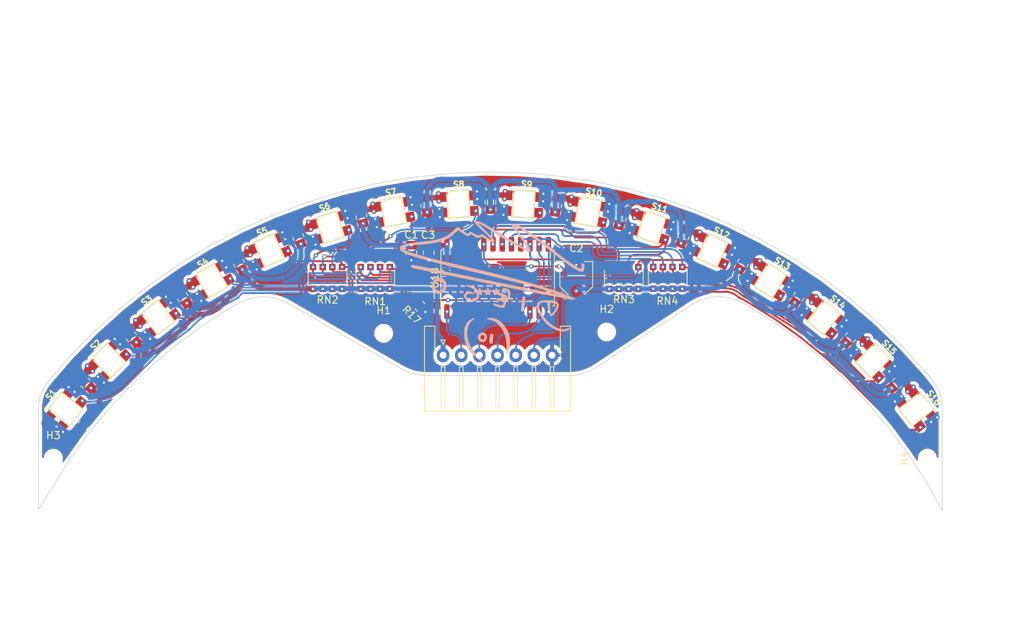
<source format=kicad_pcb>
(kicad_pcb (version 20241229) (generator "pcbnew") (generator_version "9.0")
  (layers (0 "F.Cu" signal) (2 "B.Cu" signal) (13 "F.Paste" user) (15 "B.Paste" user) (5 "F.SilkS" user "F.Silkscreen") (7 "B.SilkS" user "B.Silkscreen") (1 "F.Mask" user) (3 "B.Mask" user) (25 "Edge.Cuts" user))
  (net 0 "")
  (net 1 "SIG")
  (net 2 "GND")
  (net 3 "M0")
  (net 4 "M2")
  (net 5 "+3.3V")
  (net 6 "M3")
  (net 7 "M1")
  (net 8 "S1")
  (net 9 "Net-(U1-A)")
  (net 10 "Net-(U2-A)")
  (net 11 "Net-(U3-A)")
  (net 12 "Net-(U4-A)")
  (net 13 "S14")
  (net 14 "S4")
  (net 15 "S10")
  (net 16 "S7")
  (net 17 "S13")
  (net 18 "S8")
  (net 19 "S6")
  (net 20 "S12")
  (net 21 "S15")
  (net 22 "S2")
  (net 23 "S3")
  (net 24 "S5")
  (net 25 "S11")
  (net 26 "S16")
  (net 27 "S9")
  (net 28 "Net-(U5-A)")
  (net 29 "Net-(U6-A)")
  (net 30 "Net-(U7-A)")
  (net 31 "Net-(U8-A)")
  (net 32 "Net-(U9-A)")
  (net 33 "Net-(U10-A)")
  (net 34 "Net-(U11-A)")
  (net 35 "Net-(U12-A)")
  (net 36 "Net-(U13-A)")
  (net 37 "Net-(U14-A)")
  (net 38 "Net-(U15-A)")
  (net 39 "Net-(U16-A)")
  (net 40 "Net-(U18-~{E})")
  (footprint "MountingHole:MountingHole_2.2mm_M2" (layer "F.Cu") (at 196.95 91.11 90)
    (property "Reference" "H4")
    (property "Value" "Mounting_Hole")
  )
  (footprint "Capacitor_SMD:CP_Elec_4x5.4" (layer "F.Cu") (at 148.61 66.28 90)
    (property "Reference" "C2")
    (property "Value" "10u" (hide yes))
  )
  (footprint "Resistor_SMD:R_0805_2012Metric_Pad1.20x1.40mm_HandSolder" (layer "F.Cu") (at 154.726073 58.057638 77)
    (property "Reference" "R11" (hide yes))
    (property "Value" "220" (hide yes))
  )
  (footprint "Resistor_SMD:R_0805_2012Metric_Pad1.20x1.40mm_HandSolder" (layer "F.Cu") (at 119.031319 57.803079 104)
    (property "Reference" "R6" (hide yes))
    (property "Value" "220" (hide yes))
  )
  (footprint "MountingHole:MountingHole_2.2mm_M2" (layer "F.Cu") (at 122.09 73.91)
    (property "Reference" "H1")
    (property "Value" "Mounting_Hole")
  )
  (footprint "Library:Qre1113_smd_dieguito" (layer "F.Cu") (at 99.884198 63.400458 -149.2)
    (property "Reference" "U4" (hide yes))
    (property "Value" "QRE1113GR")
  )
  (footprint "Resistor_SMD:R_0805_2012Metric_Pad1.20x1.40mm_HandSolder" (layer "F.Cu") (at 102.164778 64.241106 118)
    (property "Reference" "R3" (hide yes))
    (property "Value" "220" (hide yes))
  )
  (footprint "Library:Qre1113_smd_dieguito" (layer "F.Cu") (at 162.413399 58.251658 162.5)
    (property "Reference" "U11" (hide yes))
    (property "Value" "QRE1113GR")
  )
  (footprint "Resistor_SMD:R_0805_2012Metric_Pad1.20x1.40mm_HandSolder" (layer "F.Cu") (at 80.72 86.56 -129)
    (property "Reference" "R1" (hide yes))
    (property "Value" "220" (hide yes))
  )
  (footprint "Resistor_SMD:R_0805_2012Metric_Pad1.20x1.40mm_HandSolder" (layer "F.Cu") (at 186.362028 74.476657 49)
    (property "Reference" "R15" (hide yes))
    (property "Value" "220" (hide yes))
  )
  (footprint "Resistor_SMD:R_0805_2012Metric_Pad1.20x1.40mm_HandSolder" (layer "F.Cu") (at 127.933796 56.226231 98)
    (property "Reference" "R8" (hide yes))
    (property "Value" "220" (hide yes))
  )
  (footprint "Library:Qre1113_smd_dieguito" (layer "F.Cu") (at 170.915199 61.848858 155.6)
    (property "Reference" "U12" (hide yes))
    (property "Value" "QRE1113GR")
  )
  (footprint "Resistor_SMD:R_0805_2012Metric_Pad1.20x1.40mm_HandSolder" (layer "F.Cu") (at 94.424004 68.932939 124)
    (property "Reference" "R7" (hide yes))
    (property "Value" "220" (hide yes))
  )
  (footprint "Library:Qre1113_smd_dieguito" (layer "F.Cu") (at 178.895198 66.429657 148.7)
    (property "Reference" "U13" (hide yes))
    (property "Value" "QRE1113GR")
  )
  (footprint "Library:Qre1113_smd_dieguito" (layer "F.Cu") (at 84.952799 74.144059 -135.4)
    (property "Reference" "U2" (hide yes))
    (property "Value" "QRE1113GR")
  )
  (footprint "Resistor_SMD:R_0805_2012Metric_Pad1.20x1.40mm_HandSolder" (layer "F.Cu") (at 127.096377 70.196377 135)
    (property "Reference" "R17")
    (property "Value" "10k")
  )
  (footprint "MountingHole:MountingHole_2.2mm_M2" (layer "F.Cu") (at 76.6 91.13)
    (property "Reference" "H3")
    (property "Value" "Mounting_Hole")
  )
  (footprint "Package_SO:SOIC-24W_7.5x15.4mm_P1.27mm" (layer "F.Cu") (at 137.78 66.28 90)
    (property "Reference" "U18")
    (property "Value" "CD74HC4067M")
  )
  (footprint "Library:Qre1113_smd_dieguito" (layer "F.Cu") (at 186.320199 71.954058 141.8)
    (property "Reference" "U14" (hide yes))
    (property "Value" "QRE1113GR")
  )
  (footprint "Library:Qre1113_smd_dieguito" (layer "F.Cu") (at 198.8466 85.44946 128)
    (property "Reference" "U16" (hide yes))
    (property "Value" "QRE1113GR")
  )
  (footprint "Library:Qre1113_smd_dieguito" (layer "F.Cu") (at 192.986597 78.326058 134.9)
    (property "Reference" "U15" (hide yes))
    (property "Value" "QRE1113GR")
  )
  (footprint "MountingHole:MountingHole_2.2mm_M2" (layer "F.Cu") (at 152.8 73.73)
    (property "Reference" "H2")
    (property "Value" "Mounting_Hole")
  )
  (footprint "Resistor_SMD:R_0805_2012Metric_Pad1.20x1.40mm_HandSolder" (layer "F.Cu") (at 192.784453 80.796641 41)
    (property "Reference" "R16" (hide yes))
    (property "Value" "220" (hide yes))
  )
  (footprint "Resistor_SMD:R_0805_2012Metric_Pad1.20x1.40mm_HandSolder" (layer "F.Cu") (at 145.837737 56.226231 82)
    (property "Reference" "R10" (hide yes))
    (property "Value" "220" (hide yes))
  )
  (footprint "Resistor_SMD:R_0805_2012Metric_Pad1.20x1.40mm_HandSolder" (layer "F.Cu") (at 136.793842 55.851465 90)
    (property "Reference" "R9" (hide yes))
    (property "Value" "220" (hide yes))
  )
  (footprint "Resistor_SMD:R_Array_Convex_4x1206" (layer "F.Cu") (at 114.36 66.28 90)
    (property "Reference" "RN2")
    (property "Value" "4.7k")
  )
  (footprint "Resistor_SMD:R_0805_2012Metric_Pad1.20x1.40mm_HandSolder" (layer "F.Cu") (at 110.340979 60.65272 110.5)
    (property "Reference" "R4" (hide yes))
    (property "Value" "220" (hide yes))
  )
  (footprint "Library:Qre1113_smd_dieguito" (layer "F.Cu") (at 144.415398 54.254459 176.3)
    (property "Reference" "U9" (hide yes))
    (property "Value" "QRE1113GR")
  )
  (footprint "Library:Qre1113_smd_dieguito" (layer "F.Cu") (at 116.960599 56.51706 -163)
    (property "Reference" "U6" (hide yes))
    (property "Value" "QRE1113GR")
  )
  (footprint "Resistor_SMD:R_0805_2012Metric_Pad1.20x1.40mm_HandSolder" (layer "F.Cu") (at 171.576426 64.202396 61)
    (property "Reference" "R13" (hide yes))
    (property "Value" "220" (hide yes))
  )
  (footprint "Capacitor_SMD:C_0805_2012Metric_Pad1.18x1.45mm_HandSolder" (layer "F.Cu") (at 128.29 62.81 -90)
    (property "Reference" "C3")
    (property "Value" "100n" (hide yes))
  )
  (footprint "Library:Qre1113_smd_dieguito" (layer "F.Cu") (at 126.002599 54.66046 -169.9)
    (property "Reference" "U7" (hide yes))
    (property "Value" "QRE1113GR")
  )
  (footprint "Resistor_SMD:R_0805_2012Metric_Pad1.20x1.40mm_HandSolder" (layer "F.Cu") (at 81.039156 80.77436 138)
    (property "Reference" "R2" (hide yes))
    (property "Value" "220" (hide yes))
  )
  (footprint "Resistor_SMD:R_0805_2012Metric_Pad1.20x1.40mm_HandSolder" (layer "F.Cu") (at 87.373472 74.394175 131)
    (property "Reference" "R5" (hide yes))
    (property "Value" "220" (hide yes))
  )
  (footprint "Connector_JST:JST_XH_S7B-XH-A-1_1x07_P2.50mm_Horizontal" (layer "F.Cu") (at 130.27 76.93)
    (property "Reference" "J2" (hide yes))
    (property "Value" "Conn_01x07" (hide yes))
  )
  (footprint "Library:Qre1113_smd_dieguito" (layer "F.Cu") (at 92.088398 68.324059 -142.3)
    (property "Reference" "U3" (hide yes))
    (property "Value" "QRE1113GR")
  )
  (footprint "Library:Qre1113_smd_dieguito" (layer "F.Cu") (at 78.533736 80.804017 -128.5)
    (property "Reference" "U1" (hide yes))
    (property "Value" "QRE1113GR")
  )
  (footprint "Resistor_SMD:R_0805_2012Metric_Pad1.20x1.40mm_HandSolder" (layer "F.Cu") (at 163.366918 60.560796 70)
    (property "Reference" "R12" (hide yes))
    (property "Value" "220" (hide yes))
  )
  (footprint "Resistor_SMD:R_0805_2012Metric_Pad1.20x1.40mm_HandSolder" (layer "F.Cu") (at 179.255606 68.841016 55)
    (property "Reference" "R14" (hide yes))
    (property "Value" "220" (hide yes))
  )
  (footprint "Capacitor_SMD:C_0805_2012Metric_Pad1.18x1.45mm_HandSolder" (layer "F.Cu") (at 125.9 62.8075 -90)
    (property "Reference" "C1")
    (property "Value" "0.22u" (hide yes))
  )
  (footprint "Library:Qre1113_smd_dieguito" (layer "F.Cu") (at 108.218799 59.45886 -156.1)
    (property "Reference" "U5" (hide yes))
    (property "Value" "QRE1113GR")
  )
  (footprint "Resistor_SMD:R_Array_Convex_4x1206" (layer "F.Cu") (at 155.15 66.29 90)
    (property "Reference" "RN3")
    (property "Value" "4.7k")
  )
  (footprint "Resistor_SMD:R_Array_Convex_4x1206" (layer "F.Cu") (at 120.93 66.28 -90)
    (property "Reference" "RN1")
    (property "Value" "4.7k")
  )
  (footprint "Resistor_SMD:R_Array_Convex_4x1206" (layer "F.Cu") (at 161.2 66.27 90)
    (property "Reference" "RN4")
    (property "Value" "4.7k")
  )
  (footprint "Library:Qre1113_smd_dieguito" (layer "F.Cu") (at 135.198599 53.894459 -176.8)
    (property "Reference" "U8" (hide yes))
    (property "Value" "QRE1113GR")
  )
  (footprint "Library:Qre1113_smd_dieguito" (layer "F.Cu") (at 153.536 55.71046 169.4)
    (property "Reference" "U10" (hide yes))
    (property "Value" "QRE1113GR")
  )
  (footprint "Library:firma_diego" (layer "B.Cu") (at 137.19 68.67 180)
    (property "Reference" "G***")
    (property "Value" "LOGO" (hide yes))
  )
  (gr_line (start 90.12272 78.388916) (end 86.943956 81.425352) (stroke (width 0.1)) (layer "Edge.Cuts"))
  (gr_line (start 194.382 90.658425) (end 191.815797 87.188899) (stroke (width 0.1)) (layer "Edge.Cuts"))
  (gr_line (start 100.711576 70.556963) (end 97.020142 72.943976) (stroke (width 0.1)) (layer "Edge.Cuts"))
  (gr_line (start 173.97572 60.977277) (end 169.538202 58.782897) (stroke (width 0.1)) (layer "Edge.Cuts"))
  (gr_line (start 171.949818 69.950011) (end 171.521241 69.719132) (stroke (width 0.1)) (layer "Edge.Cuts"))
  (gr_line (start 83.962119 84.655395) (end 81.188985 88.066296) (stroke (width 0.1)) (layer "Edge.Cuts"))
  (gr_line (start 192.948046 84.31732) (end 194.862348 86.755652) (stroke (width 0.1)) (layer "Edge.Cuts"))
  (gr_line (start 78.811494 86.765803) (end 80.733024 84.333163) (stroke (width 0.1)) (layer "Edge.Cuts"))
  (gr_line (start 182.394193 66.179198) (end 178.266695 63.44596) (stroke (width 0.1)) (layer "Edge.Cuts"))
  (gr_line (start 82.215182 73.689437) (end 78.756937 77.231668) (stroke (width 0.1)) (layer "Edge.Cuts"))
  (gr_line (start 196.954632 79.527307) (end 193.636539 75.853465) (stroke (width 0.1)) (layer "Edge.Cuts"))
  (gr_line (start 186.991936 77.907995) (end 189.185461 80.098535) (stroke (width 0.1)) (layer "Edge.Cuts"))
  (gr_line (start 134.009283 57.886562) (end 133.88857 55.786967) (stroke (width 0.1)) (layer "Edge.Cuts"))
  (gr_arc (start 151.06608 78.794406) (mid 149.375977 79.495866) (end 147.561821 79.735322) (stroke (width 0.1)) (layer "Edge.Cuts"))
  (gr_line (start 160.294101 55.250579) (end 155.523999 53.926576) (stroke (width 0.1)) (layer "Edge.Cuts"))
  (gr_line (start 122.253077 59.306429) (end 125.303402 58.753688) (stroke (width 0.1)) (layer "Edge.Cuts"))
  (gr_line (start 149.061446 55.015599) (end 148.749088 56.698054) (stroke (width 0.1)) (layer "Edge.Cuts"))
  (gr_line (start 197.747129 80.524063) (end 198.124666 81.043534) (stroke (width 0.1)) (layer "Edge.Cuts"))
  (gr_line (start 100.681009 67.471016) (end 99.600799 65.666576) (stroke (width 0.1)) (layer "Edge.Cuts"))
  (gr_arc (start 102.146452 69.766759) (mid 105.597053 68.898854) (end 109.02859 69.839342) (stroke (width 0.1)) (layer "Edge.Cuts"))
  (gr_line (start 166.719895 60.112472) (end 166.015014 61.671758) (stroke (width 0.1)) (layer "Edge.Cuts"))
  (gr_line (start 189.185461 80.098535) (end 190.673522 78.612419) (stroke (width 0.1)) (layer "Edge.Cuts"))
  (gr_line (start 172.994885 67.458537) (end 175.647833 69.062246) (stroke (width 0.1)) (layer "Edge.Cuts"))
  (gr_line (start 108.517552 63.580919) (end 107.662076 61.659713) (stroke (width 0.1)) (layer "Edge.Cuts"))
  (gr_line (start 97.020142 72.943976) (end 93.485873 75.558065) (stroke (width 0.1)) (layer "Edge.Cuts"))
  (gr_line (start 85.207617 76.428446) (end 84.01823 75.227142) (stroke (width 0.1)) (layer "Edge.Cuts"))
  (gr_line (start 174.962128 64.214012) (end 174.074922 65.677258) (stroke (width 0.1)) (layer "Edge.Cuts"))
  (gr_line (start 74.687 82.996871) (end 74.585799 83.628719) (stroke (width 0.1)) (layer "Edge.Cuts"))
  (gr_line (start 151.8014 57.240253) (end 152.109978 55.578161) (stroke (width 0.1)) (layer "Edge.Cuts"))
  (gr_line (start 198.96404 83.447983) (end 198.991813 84.089555) (stroke (width 0.1)) (layer "Edge.Cuts"))
  (gr_line (start 126.030235 52.425954) (end 121.150385 53.258971) (stroke (width 0.1)) (layer "Edge.Cuts"))
  (gr_line (start 75.837142 84.409919) (end 77.178544 85.472397) (stroke (width 0.1)) (layer "Edge.Cuts"))
  (gr_arc (start 164.695998 69.822706) (mid 168.095145 68.88256) (end 171.521241 69.719132) (stroke (width 0.1)) (layer "Edge.Cuts"))
  (gr_line (start 179.259682 74.827268) (end 175.681386 72.273779) (stroke (width 0.1)) (layer "Edge.Cuts"))
  (gr_line (start 125.303402 58.753688) (end 124.931181 56.683828) (stroke (width 0.1)) (layer "Edge.Cuts"))
  (gr_line (start 182.651563 69.276576) (end 181.5949 70.622566) (stroke (width 0.1)) (layer "Edge.Cuts"))
  (gr_line (start 88.596185 71.180947) (end 89.645243 72.532874) (stroke (width 0.1)) (layer "Edge.Cuts"))
  (gr_line (start 86.943956 81.425352) (end 83.962119 84.655395) (stroke (width 0.1)) (layer "Edge.Cuts"))
  (gr_line (start 75.771566 80.700932) (end 75.404565 81.225127) (stroke (width 0.1)) (layer "Edge.Cuts"))
  (gr_line (start 102.146452 69.766759) (end 100.711576 70.556963) (stroke (width 0.1)) (layer "Edge.Cuts"))
  (gr_line (start 157.532064 58.664152) (end 156.908376 60.651726) (stroke (width 0.1)) (layer "Edge.Cuts"))
  (gr_line (start 165.15693 63.569948) (end 167.983415 64.843128) (stroke (width 0.1)) (layer "Edge.Cuts"))
  (gr_line (start 190.673522 78.612419) (end 191.869668 77.417842) (stroke (width 0.1)) (layer "Edge.Cuts"))
  (gr_line (start 158.044397 57.031444) (end 157.532064 58.664152) (stroke (width 0.1)) (layer "Edge.Cuts"))
  (gr_line (start 128.004259 79.730916) (end 147.561823 79.733979) (stroke (width 0.1)) (layer "Edge.Cuts"))
  (gr_line (start 85.889022 70.371344) (end 82.215182 73.689437) (stroke (width 0.1)) (layer "Edge.Cuts"))
  (gr_line (start 121.150385 53.258971) (end 116.33247 54.396756) (stroke (width 0.1)) (layer "Edge.Cuts"))
  (gr_line (start 74.585799 83.628719) (end 74.556486 84.267946) (stroke (width 0.1)) (layer "Edge.Cuts"))
  (gr_line (start 113.803117 61.576425) (end 116.764884 60.661025) (stroke (width 0.1)) (layer "Edge.Cuts"))
  (gr_line (start 176.738203 67.263925) (end 177.614671 65.818389) (stroke (width 0.1)) (layer "Edge.Cuts"))
  (gr_line (start 81.817667 77.41061) (end 84.01823 75.227142) (stroke (width 0.1)) (layer "Edge.Cuts"))
  (gr_line (start 178.266695 63.44596) (end 173.97572 60.977277) (stroke (width 0.1)) (layer "Edge.Cuts"))
  (gr_line (start 121.581518 55.571995) (end 121.884382 57.256184) (stroke (width 0.1)) (layer "Edge.Cuts"))
  (gr_line (start 188.465897 76.43596) (end 186.991936 77.907995) (stroke (width 0.1)) (layer "Edge.Cuts"))
  (gr_line (start 112.687528 57.949798) (end 115.649522 57.03514) (stroke (width 0.1)) (layer "Edge.Cuts"))
  (gr_line (start 79.084452 83.027384) (end 77.759281 81.977761) (stroke (width 0.1)) (layer "Edge.Cuts"))
  (gr_line (start 198.124666 81.043534) (end 198.438958 81.603538) (stroke (width 0.1)) (layer "Edge.Cuts"))
  (gr_line (start 198.861537 82.814044) (end 198.96404 83.447983) (stroke (width 0.1)) (layer "Edge.Cuts"))
  (gr_line (start 174.074922 65.677258) (end 172.994885 67.458537) (stroke (width 0.1)) (layer "Edge.Cuts"))
  (gr_line (start 175.681386 72.273779) (end 171.949818 69.950011) (stroke (width 0.1)) (layer "Edge.Cuts"))
  (gr_line (start 189.676695 75.22675) (end 188.465897 76.43596) (stroke (width 0.1)) (layer "Edge.Cuts"))
  (gr_line (start 93.824694 64.459) (end 89.763957 67.29048) (stroke (width 0.1)) (layer "Edge.Cuts"))
  (gr_line (start 96.953341 67.279504) (end 98.023315 69.066847) (stroke (width 0.1)) (layer "Edge.Cuts"))
  (gr_line (start 191.815797 87.188899) (end 191.767911 87.124157) (stroke (width 0.1)) (layer "Edge.Cuts"))
  (gr_line (start 155.523999 53.926576) (end 150.680174 52.904707) (stroke (width 0.1)) (layer "Edge.Cuts"))
  (gr_line (start 169.538202 58.782897) (end 164.971657 56.871484) (stroke (width 0.1)) (layer "Edge.Cuts"))
  (gr_line (start 148.368842 58.74619) (end 151.417516 59.307982) (stroke (width 0.1)) (layer "Edge.Cuts"))
  (gr_line (start 78.756937 77.231668) (end 75.771566 80.700932) (stroke (width 0.1)) (layer "Edge.Cuts"))
  (gr_line (start 182.651563 69.276576) (end 185.092019 71.188172) (stroke (width 0.1)) (layer "Edge.Cuts"))
  (gr_line (start 81.188985 88.066296) (end 78.635495 91.644591) (stroke (width 0.1)) (layer "Edge.Cuts"))
  (gr_line (start 76.311728 95.376161) (end 74.556488 98.194772) (stroke (width 0.1)) (layer "Edge.Cuts"))
  (gr_line (start 116.146553 58.65092) (end 115.649522 57.03514) (stroke (width 0.1)) (layer "Edge.Cuts"))
  (gr_line (start 174.962128 64.214012) (end 177.614671 65.818389) (stroke (width 0.1)) (layer "Edge.Cuts"))
  (gr_line (start 196.769015 94.34986) (end 194.382 90.658425) (stroke (width 0.1)) (layer "Edge.Cuts"))
  (gr_line (start 194.588265 83.033139) (end 192.948046 84.31732) (stroke (width 0.1)) (layer "Edge.Cuts"))
  (gr_line (start 92.079622 70.613399) (end 91.043261 69.277834) (stroke (width 0.1)) (layer "Edge.Cuts"))
  (gr_line (start 195.935638 81.978244) (end 197.849327 84.417056) (stroke (width 0.1)) (layer "Edge.Cuts"))
  (gr_line (start 105.687299 64.845705) (end 108.517552 63.580919) (stroke (width 0.1)) (layer "Edge.Cuts"))
  (gr_line (start 195.935638 81.978244) (end 194.588265 83.033139) (stroke (width 0.1)) (layer "Edge.Cuts"))
  (gr_line (start 139.793466 55.801986) (end 139.662172 57.880973) (stroke (width 0.1)) (layer "Edge.Cuts"))
  (gr_line (start 74.556488 98.194772) (end 74.556486 84.267946) (stroke (width 0.1)) (layer "Edge.Cuts"))
  (gr_line (start 107.662076 61.659713) (end 106.974423 60.115398) (stroke (width 0.1)) (layer "Edge.Cuts"))
  (gr_line (start 166.719895 60.112472) (end 169.54606 61.386363) (stroke (width 0.1)) (layer "Edge.Cuts"))
  (gr_line (start 185.900624 80.582236) (end 182.670582 77.600405) (stroke (width 0.1)) (layer "Edge.Cuts"))
  (gr_line (start 78.635495 91.644591) (end 76.311728 95.376161) (stroke (width 0.1)) (layer "Edge.Cuts"))
  (gr_line (start 88.596185 71.180947) (end 91.043261 69.277834) (stroke (width 0.1)) (layer "Edge.Cuts"))
  (gr_line (start 116.764884 60.661025) (end 116.146553 58.65092) (stroke (width 0.1)) (layer "Edge.Cuts"))
  (gr_line (start 191.767911 87.124157) (end 188.937062 83.761005) (stroke (width 0.1)) (layer "Edge.Cuts"))
  (gr_line (start 198.685709 82.196412) (end 198.861537 82.814044) (stroke (width 0.1)) (layer "Edge.Cuts"))
  (gr_line (start 130.795062 55.988934) (end 130.914631 58.068628) (stroke (width 0.1)) (layer "Edge.Cuts"))
  (gr_line (start 75.09901 81.787359) (end 74.858801 82.380466) (stroke (width 0.1)) (layer "Edge.Cuts"))
  (gr_line (start 156.908376 60.651726) (end 159.867411 61.575915) (stroke (width 0.1)) (layer "Edge.Cuts"))
  (gr_line (start 90.922309 74.178637) (end 93.368905 72.274908) (stroke (width 0.1)) (layer "Edge.Cuts"))
  (gr_line (start 142.756269 58.072223) (end 142.888819 55.973344) (stroke (width 0.1)) (layer "Edge.Cuts"))
  (gr_line (start 130.696845 54.280548) (end 133.791539 54.099257) (stroke (width 0.1)) (layer "Edge.Cuts"))
  (gr_line (start 194.862348 86.755652) (end 196.518258 85.459189) (stroke (width 0.1)) (layer "Edge.Cuts"))
  (gr_line (start 81.817667 77.41061) (end 83.021626 78.626629) (stroke (width 0.1)) (layer "Edge.Cuts"))
  (gr_line (start 77.178544 85.472397) (end 78.811494 86.765803) (stroke (width 0.1)) (layer "Edge.Cuts"))
  (gr_arc (start 128.004259 79.730916) (mid 126.190105 79.491453) (end 124.5 78.79) (stroke (width 0.1)) (layer "Edge.Cuts"))
  (gr_line (start 130.914631 58.068628) (end 134.009283 57.886562) (stroke (width 0.1)) (layer "Edge.Cuts"))
  (gr_line (start 182.689798 74.125338) (end 185.092019 71.188172) (stroke (width 0.1)) (layer "Edge.Cuts"))
  (gr_line (start 180.308576 72.261101) (end 182.689798 74.125338) (stroke (width 0.1)) (layer "Edge.Cuts"))
  (gr_line (start 130.952761 51.900989) (end 126.030235 52.425954) (stroke (width 0.1)) (layer "Edge.Cuts"))
  (gr_line (start 116.33247 54.396756) (end 111.595505 55.834812) (stroke (width 0.1)) (layer "Edge.Cuts"))
  (gr_line (start 159.867411 61.575915) (end 160.497064 59.569323) (stroke (width 0.1)) (layer "Edge.Cuts"))
  (gr_line (start 89.645243 72.532874) (end 90.922309 74.178637) (stroke (width 0.1)) (layer "Edge.Cuts"))
  (gr_line (start 190.094307 72.395221) (end 186.341923 69.166219) (stroke (width 0.1)) (layer "Edge.Cuts"))
  (gr_line (start 181.5949 70.622566) (end 180.308576 72.261101) (stroke (width 0.1)) (layer "Edge.Cuts"))
  (gr_line (start 75.404565 81.225127) (end 75.09901 81.787359) (stroke (width 0.1)) (layer "Edge.Cuts"))
  (gr_line (start 98.055207 61.888089) (end 93.824694 64.459) (stroke (width 0.1)) (layer "Edge.Cuts"))
  (gr_line (start 104.839932 62.942705) (end 105.687299 64.845705) (stroke (width 0.1)) (layer "Edge.Cuts"))
  (gr_line (start 113.190646 59.58537) (end 113.803117 61.576425) (stroke (width 0.1)) (layer "Edge.Cuts"))
  (gr_line (start 149.061446 55.015599) (end 152.109978 55.578161) (stroke (width 0.1)) (layer "Edge.Cuts"))
  (gr_line (start 189.676695 75.22675) (end 191.869668 77.417842) (stroke (width 0.1)) (layer "Edge.Cuts"))
  (gr_line (start 182.670582 77.600405) (end 179.259682 74.827268) (stroke (width 0.1)) (layer "Edge.Cuts"))
  (gr_line (start 124.5 78.79) (end 109.02859 69.839342) (stroke (width 0.1)) (layer "Edge.Cuts"))
  (gr_line (start 139.662172 57.880973) (end 142.756269 58.072223) (stroke (width 0.1)) (layer "Edge.Cuts"))
  (gr_line (start 198.919529 98.183893) (end 196.769015 94.34986) (stroke (width 0.1)) (layer "Edge.Cuts"))
  (gr_line (start 121.581518 55.571995) (end 124.631983 55.02002) (stroke (width 0.1)) (layer "Edge.Cuts"))
  (gr_line (start 84.487262 80.10695) (end 86.687275 77.922924) (stroke (width 0.1)) (layer "Edge.Cuts"))
  (gr_line (start 198.991813 98.334164) (end 198.991813 84.089555) (stroke (width 0.1)) (layer "Edge.Cuts"))
  (gr_line (start 196.518258 85.459189) (end 197.849327 84.417056) (stroke (width 0.1)) (layer "Edge.Cuts"))
  (gr_line (start 197.747129 80.524063) (end 196.954632 79.527307) (stroke (width 0.1)) (layer "Edge.Cuts"))
  (gr_line (start 193.636539 75.853465) (end 190.094307 72.395221) (stroke (width 0.1)) (layer "Edge.Cuts"))
  (gr_line (start 75.837142 84.409919) (end 77.759281 81.977761) (stroke (width 0.1)) (layer "Edge.Cuts"))
  (gr_line (start 139.901316 54.094181) (end 142.995363 54.286207) (stroke (width 0.1)) (layer "Edge.Cuts"))
  (gr_line (start 198.438958 81.603538) (end 198.685709 82.196412) (stroke (width 0.1)) (layer "Edge.Cuts"))
  (gr_line (start 158.044397 57.031444) (end 161.003199 57.956374) (stroke (width 0.1)) (layer "Edge.Cuts"))
  (gr_line (start 83.021626 78.626629) (end 84.487262 80.10695) (stroke (width 0.1)) (layer "Edge.Cuts"))
  (gr_line (start 151.06608 78.794406) (end 164.695998 69.822706) (stroke (width 0.1)) (layer "Edge.Cuts"))
  (gr_line (start 198.991813 98.334164) (end 198.919529 98.183893) (stroke (width 0.1)) (layer "Edge.Cuts"))
  (gr_line (start 86.687275 77.922924) (end 85.207617 76.428446) (stroke (width 0.1)) (layer "Edge.Cuts"))
  (gr_line (start 130.696845 54.280548) (end 130.795062 55.988934) (stroke (width 0.1)) (layer "Edge.Cuts"))
  (gr_line (start 93.485873 75.558065) (end 90.12272 78.388916) (stroke (width 0.1)) (layer "Edge.Cuts"))
  (gr_line (start 98.023315 69.066847) (end 100.681009 67.471016) (stroke (width 0.1)) (layer "Edge.Cuts"))
  (gr_line (start 139.901316 54.094181) (end 139.793466 55.801986) (stroke (width 0.1)) (layer "Edge.Cuts"))
  (gr_line (start 96.074398 65.811281) (end 96.953341 67.279504) (stroke (width 0.1)) (layer "Edge.Cuts"))
  (gr_line (start 104.143854 61.379473) (end 104.839932 62.942705) (stroke (width 0.1)) (layer "Edge.Cuts"))
  (gr_line (start 168.84971 62.926781) (end 169.54606 61.386363) (stroke (width 0.1)) (layer "Edge.Cuts"))
  (gr_line (start 106.958182 57.567466) (end 102.438806 59.587886) (stroke (width 0.1)) (layer "Edge.Cuts"))
  (gr_line (start 96.074398 65.811281) (end 98.732493 64.216116) (stroke (width 0.1)) (layer "Edge.Cuts"))
  (gr_line (start 93.368905 72.274908) (end 92.079622 70.613399) (stroke (width 0.1)) (layer "Edge.Cuts"))
  (gr_line (start 133.88857 55.786967) (end 133.791539 54.099257) (stroke (width 0.1)) (layer "Edge.Cuts"))
  (gr_line (start 80.733024 84.333163) (end 79.084452 83.027384) (stroke (width 0.1)) (layer "Edge.Cuts"))
  (gr_line (start 142.888819 55.973344) (end 142.995363 54.286207) (stroke (width 0.1)) (layer "Edge.Cuts"))
  (gr_line (start 99.600799 65.666576) (end 98.732493 64.216116) (stroke (width 0.1)) (layer "Edge.Cuts"))
  (gr_line (start 121.884382 57.256184) (end 122.253077 59.306429) (stroke (width 0.1)) (layer "Edge.Cuts"))
  (gr_line (start 186.341923 69.166219) (end 182.394193 66.179198) (stroke (width 0.1)) (layer "Edge.Cuts"))
  (gr_line (start 150.680174 52.904707) (end 145.781744 52.188998) (stroke (width 0.1)) (layer "Edge.Cuts"))
  (gr_line (start 124.931181 56.683828) (end 124.631983 55.02002) (stroke (width 0.1)) (layer "Edge.Cuts"))
  (gr_line (start 166.015014 61.671758) (end 165.15693 63.569948) (stroke (width 0.1)) (layer "Edge.Cuts"))
  (gr_line (start 111.595505 55.834812) (end 106.958182 57.567466) (stroke (width 0.1)) (layer "Edge.Cuts"))
  (gr_line (start 140.848043 51.782274) (end 135.898536 51.686145) (stroke (width 0.1)) (layer "Edge.Cuts"))
  (gr_line (start 164.971657 56.871484) (end 160.294101 55.250579) (stroke (width 0.1)) (layer "Edge.Cuts"))
  (gr_line (start 175.647833 69.062246) (end 176.738203 67.263925) (stroke (width 0.1)) (layer "Edge.Cuts"))
  (gr_line (start 104.143854 61.379473) (end 106.974423 60.115398) (stroke (width 0.1)) (layer "Edge.Cuts"))
  (gr_line (start 135.898536 51.686145) (end 130.952761 51.900989) (stroke (width 0.1)) (layer "Edge.Cuts"))
  (gr_line (start 148.749088 56.698054) (end 148.368842 58.74619) (stroke (width 0.1)) (layer "Edge.Cuts"))
  (gr_line (start 160.497064 59.569323) (end 161.003199 57.956374) (stroke (width 0.1)) (layer "Edge.Cuts"))
  (gr_line (start 112.687528 57.949798) (end 113.190646 59.58537) (stroke (width 0.1)) (layer "Edge.Cuts"))
  (gr_line (start 167.983415 64.843128) (end 168.84971 62.926781) (stroke (width 0.1)) (layer "Edge.Cuts"))
  (gr_line (start 188.937062 83.761005) (end 185.900624 80.582236) (stroke (width 0.1)) (layer "Edge.Cuts"))
  (gr_line (start 145.781744 52.188998) (end 140.848043 51.782274) (stroke (width 0.1)) (layer "Edge.Cuts"))
  (gr_line (start 151.417516 59.307982) (end 151.8014 57.240253) (stroke (width 0.1)) (layer "Edge.Cuts"))
  (gr_line (start 89.763957 67.29048) (end 85.889022 70.371344) (stroke (width 0.1)) (layer "Edge.Cuts"))
  (gr_line (start 74.858801 82.380466) (end 74.687 82.996871) (stroke (width 0.1)) (layer "Edge.Cuts"))
  (gr_line (start 102.438806 59.587886) (end 98.055207 61.888089) (stroke (width 0.1)) (layer "Edge.Cuts"))
  (gr_text "S5" (at 104.665937 60.660497 20) (layer "F.SilkS") (effects (font (size 0.8 0.8) (thickness 0.2) (bold yes)) (justify left bottom)))
  (gr_text "S1" (at 76.10418 83.357977 51.5) (layer "F.SilkS") (effects (font (size 0.8 0.8) (thickness 0.2) (bold yes)) (justify left bottom)))
  (gr_text "S15\n" (at 190.468002 75.258829 315) (layer "F.SilkS") (effects (font (size 0.8 0.8) (thickness 0.2) (bold yes)) (justify left bottom)))
  (gr_text "S3" (at 88.9942 70.300599 35) (layer "F.SilkS") (effects (font (size 0.8 0.8) (thickness 0.2) (bold yes)) (justify left bottom)))
  (gr_text "S12" (at 167.253484 59.935622 335) (layer "F.SilkS") (effects (font (size 0.8 0.8) (thickness 0.2) (bold yes)) (justify left bottom)))
  (gr_text "S7" (at 122.28211 55.078679 10) (layer "F.SilkS") (effects (font (size 0.8 0.8) (thickness 0.2) (bold yes)) (justify left bottom)))
  (gr_text "S6" (at 113.284879 57.286306 20) (layer "F.SilkS") (effects (font (size 0.8 0.8) (thickness 0.2) (bold yes)) (justify left bottom)))
  (gr_text "S8" (at 131.534695 53.882269 2) (layer "F.SilkS") (effects (font (size 0.8 0.8) (thickness 0.2) (bold yes)) (justify left bottom)))
  (gr_text "S13" (at 175.653233 64.071878 330) (layer "F.SilkS") (effects (font (size 0.8 0.8) (thickness 0.2) (bold yes)) (justify left bottom)))
  (gr_text "S11" (at 158.733034 56.730316 345) (layer "F.SilkS") (effects (font (size 0.8 0.8) (thickness 0.2) (bold yes)) (justify left bottom)))
  (gr_text "S9" (at 140.85 53.77 355) (layer "F.SilkS") (effects (font (size 0.8 0.8) (thickness 0.2) (bold yes)) (justify left bottom)))
  (gr_text "S10" (at 149.679446 54.700159 350) (layer "F.SilkS") (effects (font (size 0.8 0.8) (thickness 0.2) (bold yes)) (justify left bottom)))
  (gr_text "S4" (at 96.642643 65.079334 30) (layer "F.SilkS") (effects (font (size 0.8 0.8) (thickness 0.2) (bold yes)) (justify left bottom)))
  (gr_text "S2" (at 82.151399 76.487501 45) (layer "F.SilkS") (effects (font (size 0.8 0.8) (thickness 0.2) (bold yes)) (justify left bottom)))
  (gr_text "S16" (at 196.631399 82.117504 310) (layer "F.SilkS") (effects (font (size 0.8 0.8) (thickness 0.2) (bold yes)) (justify left bottom)))
  (gr_text "S14" (at 183.324597 69.176146 322) (layer "F.SilkS") (effects (font (size 0.8 0.8) (thickness 0.2) (bold yes)) (justify left bottom)))
  (via (at 130.795001 70.929997) (size 0.6) (drill 0.3) (layers "F.Cu" "B.Cu") (net 1))
  (segment (start 130.795001 70.929997) (end 130.795001 73.345543) (width 0.25) (layer "B.Cu") (net 1))
  (segment (start 132.77 76.93) (end 132.77 75.320548) (width 0.25) (layer "B.Cu") (net 1))
  (arc (start 132.77 75.320548) (mid 132.409581 74.450419) (end 131.539458 74.09) (width 0.25) (layer "B.Cu") (net 1))
  (arc (start 130.795001 73.345543) (mid 131.013047 73.871954) (end 131.539458 74.09) (width 0.25) (layer "B.Cu") (net 1))
  (segment (start 127.833536 70.97) (end 127.83 70.97) (width 0.25) (layer "F.Cu") (net 2))
  (via (at 148.61 64.48) (size 0.6) (drill 0.3) (layers "F.Cu" "B.Cu") (net 2))
  (via (at 178.405077 66.658308) (size 0.6) (drill 0.3) (layers "F.Cu" "B.Cu") (net 2))
  (via (at 89.920196 74.676137) (size 0.6) (drill 0.3) (layers "F.Cu" "B.Cu") (net 2))
  (via (at 198.307297 85.490104) (size 0.6) (drill 0.3) (layers "F.Cu" "B.Cu") (net 2))
  (via (at 89.21694 73.76623) (size 0.6) (drill 0.3) (layers "F.Cu" "B.Cu") (net 2))
  (via (at 79.520894 81.972571) (size 0.6) (drill 0.3) (layers "F.Cu" "B.Cu") (net 2))
  (via (at 197.479885 86.136549) (size 0.6) (drill 0.3) (layers "F.Cu" "B.Cu") (net 2))
  (via (at 193.389468 82.606537) (size 0.6) (drill 0.3) (layers "F.Cu" "B.Cu") (net 2))
  (via (at 125.9 63.845) (size 0.6) (drill 0.3) (layers "F.Cu" "B.Cu") (net 2))
  (via (at 191.712326 79.172363) (size 0.6) (drill 0.3) (layers "F.Cu" "B.Cu") (net 2))
  (via (at 129.81387 57.90129) (size 0.6) (drill 0.3) (layers "F.Cu" "B.Cu") (net 2))
  (via (at 144.019225 55.731973) (size 0.6) (drill 0.3) (layers "F.Cu" "B.Cu") (net 2))
  (via (at 156.305784 58.999684) (size 0.6) (drill 0.3) (layers "F.Cu" "B.Cu") (net 2))
  (via (at 120.936566 58.152997) (size 0.6) (drill 0.3) (layers "F.Cu" "B.Cu") (net 2))
  (via (at 112.35084 60.592919) (size 0.6) (drill 0.3) (layers "F.Cu" "B.Cu") (net 2))
  (via (at 155.959973 60.096458) (size 0.6) (drill 0.3) (layers "F.Cu" "B.Cu") (net 2))
  (via (at 104.132088 64.059) (size 0.6) (drill 0.3) (layers "F.Cu" "B.Cu") (net 2))
  (via (at 186.412859 76.97108) (size 0.6) (drill 0.3) (layers "F.Cu" "B.Cu") (net 2))
  (via (at 164.286884 62.905003) (size 0.6) (drill 0.3) (layers "F.Cu" "B.Cu") (net 2))
  (via (at 179.631289 71.398641) (size 0.6) (drill 0.3) (layers "F.Cu" "B.Cu") (net 2))
  (via (at 129.749676 56.753083) (size 0.6) (drill 0.3) (layers "F.Cu" "B.Cu") (net 2))
  (via (at 77.943304 87.489927) (size 0.6) (drill 0.3) (layers "F.Cu" "B.Cu") (net 2))
  (via (at 185.156829 72.947321) (size 0.6) (drill 0.3) (layers "F.Cu" "B.Cu") (net 2))
  (via (at 85.792421 75.422744) (size 0.6) (drill 0.3) (layers "F.Cu" "B.Cu") (net 2))
  (via (at 161.991966 58.590619) (size 0.6) (drill 0.3) (layers "F.Cu" "B.Cu") (net 2))
  (via (at 125.970298 56.189825) (size 0.6) (drill 0.3) (layers "F.Cu" "B.Cu") (net 2))
  (via (at 112.687068 61.692669) (size 0.6) (drill 0.3) (layers "F.Cu" "B.Cu") (net 2))
  (via (at 104.598001 65.110393) (size 0.6) (drill 0.3) (layers "F.Cu" "B.Cu") (net 2))
  (via (at 153.158341 56.097596) (size 0.6) (drill 0.3) (layers "F.Cu" "B.Cu") (net 2))
  (via (at 147.562486 57.186818) (size 0.6) (drill 0.3) (layers "F.Cu" "B.Cu") (net 2))
  (via (at 134.924186 54.360504) (size 0.6) (drill 0.3) (layers "F.Cu" "B.Cu") (net 2))
  (via (at 82.755943 79.891783) (size 0.6) (drill 0.3) (layers "F.Cu" "B.Cu") (net 2))
  (via (at 177.859583 67.55549) (size 0.6) (drill 0.3) (layers "F.Cu" "B.Cu") (net 2))
  (via (at 192.456083 78.431198) (size 0.6) (drill 0.3) (layers "F.Cu" "B.Cu") (net 2))
  (via (at 192.483256 83.314547) (size 0.6) (drill 0.3) (layers "F.Cu" "B.Cu") (net 2))
  (via (at 108.552235 60.951783) (size 0.6) (drill 0.3) (layers "F.Cu" "B.Cu") (net 2))
  (via (at 185.806158 72.122171) (size 0.6) (drill 0.3) (layers "F.Cu" "B.Cu") (net 2))
  (via (at 187.22745 76.159327) (size 0.6) (drill 0.3) (layers "F.Cu" "B.Cu") (net 2))
  (via (at 138.588301 57.585366) (size 0.6) (drill 0.3) (layers "F.Cu" "B.Cu") (net 2))
  (via (at 83.563419 80.710612) (size 0.6) (drill 0.3) (layers "F.Cu" "B.Cu") (net 2))
  (via (at 78.699155 81.318931) (size 0.6) (drill 0.3) (layers "F.Cu" "B.Cu") (net 2))
  (via (at 144.086984 54.684161) (size 0.6) (drill 0.3) (layers "F.Cu" "B.Cu") (net 2))
  (via (at 172.188008 66.681848) (size 0.6) (drill 0.3) (layers "F.Cu" "B.Cu") (net 2))
  (via (at 96.379732 68.458246) (size 0.6) (drill 0.3) (layers "F.Cu" "B.Cu") (net 2))
  (via (at 92.126218 68.863568) (size 0.6) (drill 0.3) (layers "F.Cu" "B.Cu") (net 2))
  (via (at 144.764999 70.93) (size 0.6) (drill 0.3) (layers "F.Cu" "B.Cu") (net 2))
  (via (at 92.768322 69.694352) (size 0.6) (drill 0.3) (layers "F.Cu" "B.Cu") (net 2))
  (via (at 99.856929 63.940603) (size 0.6) (drill 0.3) (layers "F.Cu" "B.Cu") (net 2))
  (via (at 161.676225 59.592022) (size 0.6) (drill 0.3) (layers "F.Cu" "B.Cu") (net 2))
  (via (at 172.785455 65.69922) (size 0.6) (drill 0.3) (layers "F.Cu" "B.Cu") (net 2))
  (via (at 85.05516 74.675117) (size 0.6) (drill 0.3) (layers "F.Cu" "B.Cu") (net 2))
  (via (at 128.29 63.8475) (size 0.6) (drill 0.3) (layers "F.Cu" "B.Cu") (net 2))
  (via (at 108.126837 59.991817) (size 0.6) (drill 0.3) (layers "F.Cu" "B.Cu") (net 2))
  (via (at 147.350942 58.317193) (size 0.6) (drill 0.3) (layers "F.Cu" "B.Cu") (net 2))
  (via (at 96.968581 69.44605) (size 0.6) (drill 0.3) (layers "F.Cu" "B.Cu") (net 2))
  (via (at 134.982799 55.408867) (size 0.6) (drill 0.3) (layers "F.Cu" "B.Cu") (net 2))
  (via (at 121.138238 59.285175) (size 0.6) (drill 0.3) (layers "F.Cu" "B.Cu") (net 2))
  (via (at 117.112265 58.039229) (size 0.6) (drill 0.3) (layers "F.Cu" "B.Cu") (net 2))
  (via (at 125.786163 55.156096) (size 0.6) (drill 0.3) (layers "F.Cu" "B.Cu") (net 2))
  (via (at 164.761954 61.857717) (size 0.6) (drill 0.3) (layers "F.Cu" "B.Cu") (net 2))
  (via (at 77.043305 86.774035) (size 0.6) (drill 0.3) (layers "F.Cu" "B.Cu") (net 2))
  (via (at 152.965192 57.129678) (size 0.6) (drill 0.3) (layers "F.Cu" "B.Cu") (net 2))
  (via (at 170.456097 62.134734) (size 0.6) (drill 0.3) (layers "F.Cu" "B.Cu") (net 2))
  (via (at 170.022337 63.090952) (size 0.6) (drill 0.3) (layers "F.Cu" "B.Cu") (net 2))
  (via (at 138.662513 56.437763) (size 0.6) (drill 0.3) (layers "F.Cu" "B.Cu") (net 2))
  (via (at 116.805275 57.035109) (size 0.6) (drill 0.3) (layers "F.Cu" "B.Cu") (net 2))
  (via (at 100.394574 64.842511) (size 0.6) (drill 0.3) (layers "F.Cu" "B.Cu") (net 2))
  (via (at 180.342459 70.494906) (size 0.6) (drill 0.3) (layers "F.Cu" "B.Cu") (net 2))
  (via (at 127.833536 70.97) (size 0.6) (drill 0.3) (layers "F.Cu" "B.Cu") (net 2))
  (via (at 142.225 70.93) (size 0.6) (drill 0.3) (layers "F.Cu" "B.Cu") (net 3))
  (segment (start 141.488182 72.79) (end 137.642661 72.79) (width 0.25) (layer "B.Cu") (net 3))
  (segment (start 135.27 76.93) (end 135.27 75.162661) (width 0.25) (layer "B.Cu") (net 3))
  (segment (start 142.225 70.93) (end 142.225 70.965) (width 0.25) (layer "B.Cu") (net 3))
  (segment (start 142.225 70.965) (end 142.225 72.053182) (width 0.25) (layer "B.Cu") (net 3))
  (arc (start 137.642661 72.79) (mid 135.964936 73.484936) (end 135.27 75.162661) (width 0.25) (layer "B.Cu") (net 3))
  (arc (start 142.225 72.053182) (mid 142.009191 72.574191) (end 141.488182 72.79) (width 0.25) (layer "B.Cu") (net 3))
  (via (at 143.47 61.63) (size 0.6) (drill 0.3) (layers "F.Cu" "B.Cu") (net 4))
  (segment (start 140.628706 75.251371) (end 140.562171 75.317903) (width 0.25) (layer "B.Cu") (net 4))
  (segment (start 143.47 61.63) (end 143.47 62.672304) (width 0.25) (layer "B.Cu") (net 4))
  (segment (start 146 69.6) (end 146 72.967085) (width 0.25) (layer "B.Cu") (net 4))
  (segment (start 144.15 64.31397) (end 144.15 64.36) (width 0.25) (layer "B.Cu") (net 4))
  (segment (start 140.628706 75.241293) (end 140.628706 75.251371) (width 0.25) (layer "B.Cu") (net 4))
  (segment (start 140.654069 75.21593) (end 140.628706 75.241293) (width 0.25) (layer "B.Cu") (net 4))
  (segment (start 143.99993 73.83) (end 145.137085 73.83) (width 0.25) (layer "B.Cu") (net 4))
  (segment (start 144.15 64.36) (end 144.15 67.75) (width 0.25) (layer "B.Cu") (net 4))
  (segment (start 140.27 76.023248) (end 140.27 76.93) (width 0.25) (layer "B.Cu") (net 4))
  (arc (start 140.562171 75.317903) (mid 140.345933 75.641517) (end 140.27 76.023248) (width 0.25) (layer "B.Cu") (net 4))
  (arc (start 143.99993 73.83) (mid 142.18917 74.190187) (end 140.654069 75.21593) (width 0.25) (layer "B.Cu") (net 4))
  (arc (start 143.47 62.672304) (mid 143.537572 63.012011) (end 143.73 63.3) (width 0.25) (layer "B.Cu") (net 4))
  (arc (start 144.99 68.59) (mid 145.704178 68.885822) (end 146 69.6) (width 0.25) (layer "B.Cu") (net 4))
  (arc (start 144.15 67.75) (mid 144.39603 68.34397) (end 144.99 68.59) (width 0.25) (layer "B.Cu") (net 4))
  (arc (start 146 72.967085) (mid 145.747258 73.577258) (end 145.137085 73.83) (width 0.25) (layer "B.Cu") (net 4))
  (arc (start 143.73 63.3) (mid 144.040845 63.765214) (end 144.15 64.31397) (width 0.25) (layer "B.Cu") (net 4))
  (segment (start 88.347021 78.782462) (end 88.347538 78.782462) (width 0.7) (layer "F.Cu") (net 5))
  (segment (start 103.068975 66.148653) (end 103.058653 66.148653) (width 0.7) (layer "F.Cu") (net 5))
  (segment (start 82.992559 82.653753) (end 81.782299 81.443492) (width 0.7) (layer "F.Cu") (net 5))
  (segment (start 128.29 61.7725) (end 128.2875 61.77) (width 1) (layer "F.Cu") (net 5))
  (segment (start 85.06 82.069483) (end 88.347021 78.782462) (width 0.7) (layer "F.Cu") (net 5))
  (segment (start 102.63425 66.501628) (end 102.634246 66.715415) (width 0.7) (layer "F.Cu") (net 5))
  (segment (start 102.63425 66.501628) (end 102.627062 66.49444) (width 0.7) (layer "F.Cu") (net 5))
  (segment (start 142.01 67.8) (end 147.93402 67.8) (width 0.7) (layer "F.Cu") (net 5))
  (segment (start 128.29 61.7725) (end 130.652501 61.7725) (width 0.7) (layer "F.Cu") (net 5))
  (segment (start 103.74 66.819678) (end 103.068975 66.148653) (width 0.7) (layer "F.Cu") (net 5))
  (segment (start 128.29 61.7725) (end 128.29 59.294142) (width 0.7) (layer "F.Cu") (net 5))
  (segment (start 89.09 76.730711) (end 89.183664 76.730711) (width 0.7) (layer "F.Cu") (net 5))
  (segment (start 81.32 85.79) (end 82.051264 85.058736) (width 0.7) (layer "F.Cu") (net 5))
  (segment (start 102.627062 66.49444) (end 102.627062 65.131242) (width 0.7) (layer "F.Cu") (net 5))
  (segment (start 128.279921 57.716395) (end 128.28 57.716316) (width 0.7) (layer "F.Cu") (net 5))
  (segment (start 88.721345 75.840699) (end 88.029531 75.148885) (width 0.7) (layer "F.Cu") (net 5))
  (segment (start 85.06 82.07) (end 85.06 82.069483) (width 0.7) (layer "F.Cu") (net 5))
  (segment (start 103.74 66.83) (end 103.74 66.819678) (width 0.7) (layer "F.Cu") (net 5))
  (segment (start 92.009906 75.560094) (end 95.713726 71.856274) (width 0.7) (layer "F.Cu") (net 5))
  (segment (start 112.36 67.78) (end 106.033503 67.78) (width 0.7) (layer "F.Cu") (net 5))
  (segment (start 128.2875 61.77) (end 125.9 61.77) (width 0.7) (layer "F.Cu") (net 5))
  (segment (start 89.09 76.99) (end 89.09 76.730711) (width 0.7) (layer "F.Cu") (net 5))
  (segment (start 99.797487 70.002513) (end 102.315795 67.484205) (width 0.7) (layer "F.Cu") (net 5))
  (segment (start 128.279921 59.269921) (end 128.279921 57.716395) (width 0.7) (layer "F.Cu") (net 5))
  (segment (start 95.94 71.31) (end 96.640934 71.31) (width 0.7) (layer "F.Cu") (net 5))
  (segment (start 83.02 82.72) (end 83.490761 82.72) (width 0.7) (layer "F.Cu") (net 5))
  (segment (start 95.521944 70.300725) (end 94.983197 69.761977) (width 0.7) (layer "F.Cu") (net 5))
  (segment (start 102.627062 65.131242) (end 102.63425 65.124054) (width 0.7) (layer "F.Cu") (net 5))
  (via (at 185.705969 75.231367) (size 0.6) (drill 0.3) (layers "F.Cu" "B.Cu") (net 5))
  (via (at 171.091617 65.077018) (size 0.6) (drill 0.3) (layers "F.Cu" "B.Cu") (net 5))
  (via (at 136.793842 56.851465) (size 0.6) (drill 0.3) (layers "F.Cu" "B.Cu") (net 5))
  (via (at 153.15 67.79) (size 0.6) (drill 0.3) (layers "F.Cu" "B.Cu") (net 5))
  (via (at 120.27 67.78) (size 0.6) (drill 0.3) (layers "F.Cu" "B.Cu") (net 5))
  (via (at 163.2 67.77) (size 0.6) (drill 0.3) (layers "F.Cu" "B.Cu") (net 5))
  (via (at 94.983197 69.761977) (size 0.6) (drill 0.3) (layers "F.Cu" "B.Cu") (net 5))
  (via (at 125.9 61.77) (size 0.6) (drill 0.3) (layers "F.Cu" "B.Cu") (net 5))
  (via (at 102.63425 65.124054) (size 0.6) (drill 0.3) (layers "F.Cu" "B.Cu") (net 5))
  (via (at 116.36 67.78) (size 0.6) (drill 0.3) (layers "F.Cu" "B.Cu") (net 5))
  (via (at 130.795001 61.63) (size 0.6) (drill 0.3) (layers "F.Cu" "B.Cu") (net 5))
  (via (at 192.029743 81.4527) (size 0.6) (drill 0.3) (layers "F.Cu" "B.Cu") (net 5))
  (via (at 88.029531 75.148885) (size 0.6) (drill 0.3) (layers "F.Cu" "B.Cu") (net 5))
  (via (at 142.01 67.8) (size 0.6) (drill 0.3) (layers "F.Cu" "B.Cu") (net 5))
  (via (at 118.93 67.78) (size 0.6) (drill 0.3) (layers "F.Cu" "B.Cu") (net 5))
  (via (at 160.54 67.77) (size 0.6) (drill 0.3) (layers "F.Cu" "B.Cu") (net 5))
  (via (at 178.68203 69.660167) (size 0.6) (drill 0.3) (layers "F.Cu" "B.Cu") (net 5))
  (via (at 128.072969 57.216499) (size 0.6) (drill 0.3) (layers "F.Cu" "B.Cu") (net 5))
  (via (at 115.02 67.78) (size 0.6) (drill 0.3) (layers "F.Cu" "B.Cu") (net 5))
  (via (at 154.501122 59.032008) (size 0.6) (drill 0.3) (layers "F.Cu" "B.Cu") (net 5))
  (via (at 122.93 67.78) (size 0.6) (drill 0.3) (layers "F.Cu" "B.Cu") (net 5))
  (via (at 163.024898 61.500489) (size 0.6) (drill 0.3) (layers "F.Cu" "B.Cu") (net 5))
  (via (at 110.691186 61.589392) (size 0.6) (drill 0.3) (layers "F.Cu" "B.Cu") (net 5))
  (via (at 112.36 67.78) (size 0.6) (drill 0.3) (layers "F.Cu" "B.Cu") (net 5))
  (via (at 119.273241 58.773374) (size 0.6) (drill 0.3) (layers "F.Cu" "B.Cu") (net 5))
  (via (at 121.59 67.78) (size 0.6) (drill 0.3) (layers "F.Cu" "B.Cu") (net 5))
  (via (at 154.49 67.79) (size 0.6) (drill 0.3) (layers "F.Cu" "B.Cu") (net 5))
  (via (at 145.698564 57.2165) (size 0.6) (drill 0.3) (layers "F.Cu" "B.Cu") (net 5))
  (via (at 155.81 67.79) (size 0.6) (drill 0.3) (layers "F.Cu" "B.Cu") (net 5))
  (via (at 148.61 68.08) (size 0.6) (drill 0.3) (layers "F.Cu" "B.Cu") (net 5))
  (via (at 159.2 67.77) (size 0.6) (drill 0.3) (layers "F.Cu" "B.Cu") (net 5))
  (via (at 157.15 67.79) (size 0.6) (drill 0.3) (layers "F.Cu" "B.Cu") (net 5))
  (via (at 161.86 67.77) (size 0.6) (drill 0.3) (layers "F.Cu" "B.Cu") (net 5))
  (via (at 81.782299 81.443492) (size 0.6) (drill 0.3) (layers "F.Cu" "B.Cu") (net 5))
  (via (at 113.7 67.78) (size 0.6) (drill 0.3) (layers "F.Cu" "B.Cu") (net 5))
  (arc (start 95.94 71.31) (mid 95.831351 70.763784) (end 95.521944 70.300725) (width 0.7) (layer "F.Cu") (net 5))
  (arc (start 89.183664 76.730711) (mid 90.713254 76.426484) (end 92.009906 75.560094) (width 0.7) (layer "F.Cu") (net 5))
  (arc (start 103.058653 66.148653) (mid 102.958355 66.037407) (end 102.870249 65.916289) (width 0.7) (layer "F.Cu") (net 5))
  (arc (start 102.315795 67.484205) (mid 102.55148 67.131481) (end 102.634246 66.715415) (width 0.7) (layer "F.Cu") (net 5))
  (arc (start 89.09 76.730711) (mid 88.99419 76.24904) (end 88.721345 75.840699) (width 0.7) (layer "F.Cu") (net 5))
  (arc (start 82.051264 85.058736) (mid 82.768234 83.985714) (end 83.02 82.72) (width 0.7) (layer "F.Cu") (net 5))
  (arc (start 128.28 57.716316) (mid 128.226194 57.445817) (end 128.072969 57.216499) (width 0.7) (layer "F.Cu") (net 5))
  (arc (start 95.713726 71.856274) (mid 95.881193 71.605641) (end 95.94 71.31) (width 0.7) (layer "F.Cu") (net 5))
  (arc (start 102.870249 65.916289) (mid 102.69466 65.537344) (end 102.63425 65.124054) (width 0.7) (layer "F.Cu") (net 5))
  (arc (start 96.640934 71.31) (mid 98.340009 70.972033) (end 99.780416 70.009584) (width 0.7) (layer "F.Cu") (net 5))
  (arc (start 83.490761 82.72) (mid 84.340027 82.55107) (end 85.06 82.07) (width 0.7) (layer "F.Cu") (net 5))
  (arc (start 147.93402 67.8) (mid 148.299858 67.87277) (end 148.61 68.08) (width 0.7) (layer "F.Cu") (net 5))
  (arc (start 106.033503 67.78) (mid 104.792268 67.533103) (end 103.74 66.83) (width 0.7) (layer "F.Cu") (net 5))
  (arc (start 99.780416 70.009584) (mid 99.789655 70.007746) (end 99.797487 70.002513) (width 0.7) (layer "F.Cu") (net 5))
  (arc (start 88.347538 78.782462) (mid 88.89704 77.960073) (end 89.09 76.99) (width 0.7) (layer "F.Cu") (net 5))
  (arc (start 83.02 82.72) (mid 83.012868 82.684147) (end 82.992559 82.653753) (width 0.7) (layer "F.Cu") (net 5))
  (segment (start 155.81 67.79) (end 157.15 67.79) (width 0.7) (layer "B.Cu") (net 5))
  (segment (start 129.47 68.63) (end 129.47 67.8) (width 0.7) (layer "B.Cu") (net 5))
  (segment (start 154.49 67.79) (end 155.81 67.79) (width 0.7) (layer "B.Cu") (net 5))
  (segment (start 122.93 67.78) (end 129.421716 67.78) (width 0.7) (layer "B.Cu") (net 5))
  (segment (start 129.47 73.62) (end 129.47 68.63) (width 0.7) (layer "B.Cu") (net 5))
  (segment (start 121.59 67.78) (end 122.93 67.78) (width 0.7) (layer "B.Cu") (net 5))
  (segment (start 163.2 67.77) (end 166.729685 67.77) (width 0.7) (layer "B.Cu") (net 5))
  (segment (start 119.273241 59.176748) (end 119.273241 58.773374) (width 0.7) (layer "B.Cu") (net 5))
  (segment (start 129.47 67.8) (end 129.47 66.5) (width 0.7) (layer "B.Cu") (net 5))
  (segment (start 161.86 67.77) (end 163.2 67.77) (width 0.7) (layer "B.Cu") (net 5))
  (segment (start 171.39 67.87) (end 171.085686 67.565686) (width 0.7) (layer "B.Cu") (net 5))
  (segment (start 161.68 56.69) (end 160.18 56.69) (width 0.7) (layer "B.Cu") (net 5))
  (segment (start 191.786577 81.553422) (end 190.95 82.39) (width 0.7) (layer "B.Cu") (net 5))
  (segment (start 148.61 68.08) (end 148.9 67.79) (width 0.7) (layer "B.Cu") (net 5))
  (segment (start 181.439634 75.259634) (end 178.2 72.02) (width 0.7) (layer "B.Cu") (net 5))
  (segment (start 154.501122 57.61) (end 154.501122 56.161122) (width 0.7) (layer "B.Cu") (net 5))
  (segment (start 178.171716 71.951715) (end 177.44 71.22) (width 0.7) (layer "B.Cu") (net 5))
  (segment (start 112.36 67.78) (end 113.7 67.78) (width 0.7) (layer "B.Cu") (net 5))
  (segment (start 170.909874 65.258761) (end 171.091617 65.077018) (width 0.7) (layer "B.Cu") (net 5))
  (segment (start 163.024898 61.500489) (end 163.024898 58.034898) (width 0.7) (layer "B.Cu") (net 5))
  (segment (start 154.501122 57.408878) (end 154.501122 57.61) (width 0.7) (layer "B.Cu") (net 5))
  (segment (start 109.92 65) (end 109.909259 65) (width 0.7) (layer "B.Cu") (net 5))
  (segment (start 113.7 67.78) (end 115.02 67.78) (width 0.7) (layer "B.Cu") (net 5))
  (segment (start 130.795001 61.63) (end 130.795001 65.174999) (width 0.7) (layer "B.Cu") (net 5))
  (segment (start 130.25 76.91) (end 130.27 76.93) (width 0.7) (layer "B.Cu") (net 5))
  (segment (start 154.501122 59.032008) (end 154.501122 57.61) (width 0.7) (layer "B.Cu") (net 5))
  (segment (start 148.9 67.79) (end 153.15 67.79) (width 0.7) (layer "B.Cu") (net 5))
  (segment (start 109.689497 65.219762) (end 109.689497 65.230503) (width 0.7) (layer "B.Cu") (net 5))
  (segment (start 130.27 76.93) (end 130.27 75.551371) (width 0.7) (layer "B.Cu") (net 5))
  (segment (start 136.793842 54.783842) (end 136.793842 56.851465) (width 0.7) (layer "B.Cu") (net 5))
  (segment (start 157.15 67.79) (end 159.18 67.79) (width 0.7) (layer "B.Cu") (net 5))
  (segment (start 159.2 67.77) (end 160.54 67.77) (width 0.7) (layer "B.Cu") (net 5))
  (segment (start 128.072969 57.216499) (end 128.072969 54.547031) (width 0.7) (layer "B.Cu") (net 5))
  (segment (start 153.15 67.79) (end 154.49 67.79) (width 0.7) (layer "B.Cu") (net 5))
  (segment (start 172.830812 69.310811) (end 171.39 67.87) (width 0.7) (layer "B.Cu") (net 5))
  (segment (start 177.439998 71.22) (end 177.44 71.22) (width 0.7) (layer "B.Cu") (net 5))
  (segment (start 145.698564 57.2165) (end 145.698564 54.2) (width 0.7) (layer "B.Cu") (net 5))
  (segment (start 106.915285 66.43) (end 105.787083 66.43) (width 0.7) (layer "B.Cu") (net 5))
  (segment (start 142.01 67.8) (end 129.47 67.8) (width 0.7) (layer "B.Cu") (net 5))
  (segment (start 178.457309 70.20269) (end 177.44 71.22) (width 0.7) (layer "B.Cu") (net 5))
  (segment (start 136.793842 54.826158) (end 136.793842 56.851465) (width 0.7) (layer "B.Cu") (net 5))
  (segment (start 121.115937 61.77) (end 121.113437 61.7725) (width 0.7) (layer "B.Cu") (net 5))
  (segment (start 118.93 67.78) (end 120.27 67.78) (width 0.7) (layer "B.Cu") (net 5))
  (segment (start 109.689497 65.230503) (end 109.603489 65.316511) (width 0.7) (layer "B.Cu") (net 5))
  (segment (start 184.41 76.89) (end 189.174609 81.654609) (width 0.7) (layer "B.Cu") (net 5))
  (segment (start 116.36 67.78) (end 118.93 67.78) (width 0.7) (layer "B.Cu") (net 5))
  (segment (start 115.02 67.78) (end 116.36 67.78) (width 0.7) (layer "B.Cu") (net 5))
  (segment (start 159.26 55.77) (end 156.14 55.77) (width 0.7) (layer "B.Cu") (net 5))
  (segment (start 159.18 67.79) (end 159.2 67.77) (width 0.7) (layer "B.Cu") (net 5))
  (segment (start 152.49 54.15) (end 145.748564 54.15) (width 0.7) (layer "B.Cu") (net 5))
  (segment (start 185.642233 75.257768) (end 184.41 76.49) (width 0.7) (layer "B.Cu") (net 5))
  (segment (start 184.41 76.49) (end 184.41 76.89) (width 0.7) (layer "B.Cu") (net 5))
  (segment (start 110.691186 61.589392) (end 110.691186 63.138205) (width 0.7) (layer "B.Cu") (net 5))
  (segment (start 109.909259 65) (end 109.689497 65.219762) (width 0.7) (layer "B.Cu") (net 5))
  (segment (start 125.9 61.77) (end 121.115937 61.77) (width 0.7) (layer "B.Cu") (net 5))
  (segment (start 120.27 67.78) (end 121.59 67.78) (width 0.7) (layer "B.Cu") (net 5))
  (segment (start 129.94 52.68) (end 134.69 52.68) (width 0.7) (layer "B.Cu") (net 5))
  (segment (start 160.54 67.77) (end 161.86 67.77) (width 0.7) (layer "B.Cu") (net 5))
  (segment (start 144.72 52.9) (end 138.72 52.9) (width 0.7) (layer "B.Cu") (net 5))
  (segment (start 145.698564 54.2) (end 145.698564 53.878564) (width 0.7) (layer "B.Cu") (net 5))
  (arc (start 154.501122 56.161122) (mid 153.912078 54.739044) (end 152.49 54.15) (width 0.7) (layer "B.Cu") (net 5))
  (arc (start 138.72 52.9) (mid 137.358001 53.464159) (end 136.793842 54.826158) (width 0.7) (layer "B.Cu") (net 5))
  (arc (start 130.795001 65.174999) (mid 130.667592 65.482591) (end 130.36 65.61) (width 0.7) (layer "B.Cu") (net 5))
  (arc (start 110.691186 63.138205) (mid 110.490764 64.145796) (end 109.92 65) (width 0.7) (layer "B.Cu") (net 5))
  (arc (start 156.14 55.77) (mid 154.981138 56.250016) (end 154.501122 57.408878) (width 0.7) (layer "B.Cu") (net 5))
  (arc (start 128.072969 54.547031) (mid 128.61981 53.226841) (end 129.94 52.68) (width 0.7) (layer "B.Cu") (net 5))
  (arc (start 109.603489 65.316511) (mid 108.37013 66.140614) (end 106.915285 66.43) (width 0.7) (layer "B.Cu") (net 5))
  (arc (start 192.029743 81.4527) (mid 191.898143 81.478877) (end 191.786577 81.553422) (width 0.7) (layer "B.Cu") (net 5))
  (arc (start 130.27 75.551371) (mid 130.144784 74.921866) (end 129.788198 74.388198) (width 0.7) (layer "B.Cu") (net 5))
  (arc (start 189.174609 81.654609) (mid 189.989166 82.198878) (end 190.95 82.39) (width 0.7) (layer "B.Cu") (net 5))
  (arc (start 160.18 56.69) (mid 159.861802 56.558198) (end 159.73 56.24) (width 0.7) (layer "B.Cu") (net 5))
  (arc (start 163.024898 58.034898) (mid 162.630986 57.083912) (end 161.68 56.69) (width 0.7) (layer "B.Cu") (net 5))
  (arc (start 172.830812 69.310811) (mid 174.945525 70.723817) (end 177.439998 71.22) (width 0.7) (layer "B.Cu") (net 5))
  (arc (start 121.113437 61.7725) (mid 120.613676 61.673092) (end 120.19 61.39) (width 0.7) (layer "B.Cu") (net 5))
  (arc (start 159.73 56.24) (mid 159.59234 55.90766) (end 159.26 55.77) (width 0.7) (layer "B.Cu") (net 5))
  (arc (start 134.69 52.68) (mid 136.177641 53.296201) (end 136.793842 54.783842) (width 0.7) (layer "B.Cu") (net 5))
  (arc (start 184.41 76.49) (mid 182.802449 76.170238) (end 181.439634 75.259634) (width 0.7) (layer "B.Cu") (net 5))
  (arc (start 178.68203 69.660167) (mid 178.623627 69.953779) (end 178.457309 70.20269) (width 0.7) (layer "B.Cu") (net 5))
  (arc (start 129.421716 67.78) (mid 129.447847 67.785198) (end 129.47 67.8) (width 0.7) (layer "B.Cu") (net 5))
  (arc (start 166.729685 67.77) (mid 168.780989 67.36197) (end 170.52 66.2) (width 0.7) (layer "B.Cu") (net 5))
  (arc (start 105.787083 66.43) (mid 104.080782 66.090596) (end 102.63425 65.124054) (width 0.7) (layer "B.Cu") (net 5))
  (arc (start 170.52 66.2) (mid 170.621325 65.690605) (end 170.909874 65.258761) (width 0.7) (layer "B.Cu") (net 5))
  (arc (start 129.788198 74.388198) (mid 129.552697 74.035746) (end 129.47 73.62) (width 0.7) (layer "B.Cu") (net 5))
  (arc (start 129.47 66.5) (mid 129.730675 65.870675) (end 130.36 65.61) (width 0.7) (layer "B.Cu") (net 5))
  (arc (start 120.19 61.39) (mid 119.511498 60.374552) (end 119.273241 59.176748) (width 0.7) (layer "B.Cu") (net 5))
  (arc (start 145.698564 53.878564) (mid 145.411949 53.186615) (end 144.72 52.9) (width 0.7) (layer "B.Cu") (net 5))
  (arc (start 178.2 72.02) (mid 178.192649 71.983045) (end 178.171716 71.951715) (width 0.7) (layer "B.Cu") (net 5))
  (arc (start 145.748564 54.15) (mid 145.713209 54.164645) (end 145.698564 54.2) (width 0.7) (layer "B.Cu") (net 5))
  (arc (start 171.085686 67.565686) (mid 170.667017 66.939104) (end 170.52 66.2) (width 0.7) (layer "B.Cu") (net 5))
  (arc (start 185.705969 75.231367) (mid 185.671475 75.238228) (end 185.642233 75.257768) (width 0.7) (layer "B.Cu") (net 5))
  (via (at 144.78 61.63) (size 0.6) (drill 0.3) (layers "F.Cu" "B.Cu") (net 6))
  (segment (start 142.77 76.185897) (end 142.77 76.93) (width 0.25) (layer "B.Cu") (net 6))
  (segment (start 144.84 66.89) (end 144.84 61.69) (width 0.25) (layer "B.Cu") (net 6))
  (segment (start 146.75 69) (end 146.75 73.53) (width 0.25) (layer "B.Cu") (net 6))
  (segment (start 144.84 61.69) (end 144.78 61.63) (width 0.25) (layer "B.Cu") (net 6))
  (segment (start 144.84 66.89) (end 144.84 67.09) (width 0.25) (layer "B.Cu") (net 6))
  (segment (start 145.67 74.61) (end 144.345897 74.61) (width 0.25) (layer "B.Cu") (net 6))
  (arc (start 145.76 68.01) (mid 146.460036 68.299964) (end 146.75 69) (width 0.25) (layer "B.Cu") (net 6))
  (arc (start 144.84 67.09) (mid 145.109462 67.740538) (end 145.76 68.01) (width 0.25) (layer "B.Cu") (net 6))
  (arc (start 144.345897 74.61) (mid 143.23157 75.07157) (end 142.77 76.185897) (width 0.25) (layer "B.Cu") (net 6))
  (arc (start 146.75 73.53) (mid 146.433675 74.293675) (end 145.67 74.61) (width 0.25) (layer "B.Cu") (net 6))
  (via (at 143.495 70.929998) (size 0.6) (drill 0.3) (layers "F.Cu" "B.Cu") (net 7))
  (segment (start 143.495 70.929998) (end 143.495 70.982348) (width 0.25) (layer "B.Cu") (net 7))
  (segment (start 137.77 76.93) (end 137.77 75.190429) (width 0.25) (layer "B.Cu") (net 7))
  (segment (start 140.537348 73.94) (end 139.020429 73.94) (width 0.25) (layer "B.Cu") (net 7))
  (arc (start 137.77 75.190429) (mid 138.136242 74.306242) (end 139.020429 73.94) (width 0.25) (layer "B.Cu") (net 7))
  (arc (start 140.537348 73.94) (mid 142.628724 73.073724) (end 143.495 70.982348) (width 0.25) (layer "B.Cu") (net 7))
  (segment (start 122.93 64.78) (end 123.2 65.05) (width 0.25) (layer "F.Cu") (net 8))
  (segment (start 123.2 65.05) (end 136 65.05) (width 0.25) (layer "F.Cu") (net 8))
  (segment (start 140.955 70.005) (end 140.955 70.93) (width 0.25) (layer "F.Cu") (net 8))
  (segment (start 136 65.05) (end 140.955 70.005) (width 0.25) (layer "F.Cu") (net 8))
  (via (at 80.594732 83.203078) (size 0.6) (drill 0.3) (layers "F.Cu" "B.Cu") (net 8))
  (via (at 122.93 64.78) (size 0.6) (drill 0.3) (layers "F.Cu" "B.Cu") (net 8))
  (segment (start 85.15101 82.308537) (end 85.352984 82.182941) (width 0.25) (layer "B.Cu") (net 8))
  (segment (start 122.659792 66.970491) (end 122.714057 66.951506) (width 0.25) (layer "B.Cu") (net 8))
  (segment (start 86.295426 81.459779) (end 86.748995 81.00621) (width 0.25) (layer "B.Cu") (net 8))
  (segment (start 122.88 66.84) (end 122.889464 66.830469) (width 0.25) (layer "B.Cu") (net 8))
  (segment (start 122.603743 66.983282) (end 122.659792 66.970491) (width 0.25) (layer "B.Cu") (net 8))
  (segment (start 82.948826 83.178783) (end 83.180452 83.124774) (width 0.25) (layer "B.Cu") (net 8))
  (segment (start 80.594732 83.203078) (end 80.733758 83.342104) (width 0.25) (layer "B.Cu") (net 8))
  (segment (start 122.546614 66.989716) (end 122.603743 66.983282) (width 0.25) (layer "B.Cu") (net 8))
  (segment (start 85.932757 81.767481) (end 86.116609 81.616597) (width 0.25) (layer "B.Cu") (net 8))
  (segment (start 91.555178 76.214822) (end 91.560047 76.214822) (width 0.25) (layer "B.Cu") (net 8))
  (segment (start 122.765855 66.926563) (end 122.814533 66.895977) (width 0.25) (layer "B.Cu") (net 8))
  (segment (start 122.917449 66.784801) (end 122.925749 66.759253) (width 0.25) (layer "B.Cu") (net 8))
  (segment (start 122.889464 66.830469) (end 122.905254 66.808737) (width 0.25) (layer "B.Cu") (net 8))
  (segment (start 81.533355 83.341626) (end 81.771066 83.333843) (width 0.25) (layer "B.Cu") (net 8))
  (segment (start 83.863001 82.917723) (end 84.085596 82.833944) (width 0.25) (layer "B.Cu") (net 8))
  (segment (start 83.180452 83.124774) (end 83.410186 83.063216) (width 0.25) (layer "B.Cu") (net 8))
  (segment (start 91.560047 76.214822) (end 95.381812 73.321341) (width 0.25) (layer "B.Cu") (net 8))
  (segment (start 110.534129 68.365871) (end 111.91 66.99) (width 0.25) (layer "B.Cu") (net 8))
  (segment (start 122.714057 66.951506) (end 122.765855 66.926563) (width 0.25) (layer "B.Cu") (net 8))
  (segment (start 82.480894 83.263928) (end 82.715557 83.225184) (width 0.25) (layer "B.Cu") (net 8))
  (segment (start 85.352984 82.182941) (end 85.55074 82.050804) (width 0.25) (layer "B.Cu") (net 8))
  (segment (start 86.116609 81.616597) (end 86.295426 81.459779) (width 0.25) (layer "B.Cu") (net 8))
  (segment (start 81.414435 83.342104) (end 81.533355 83.341626) (width 0.25) (layer "B.Cu") (net 8))
  (segment (start 84.085596 82.833944) (end 84.30533 82.742926) (width 0.25) (layer "B.Cu") (net 8))
  (segment (start 122.517869 66.99) (end 122.546614 66.989716) (width 0.25) (layer "B.Cu") (net 8))
  (segment (start 101.888678 69.111846) (end 102.098825 68.901699) (width 0.25) (layer "B.Cu") (net 8))
  (segment (start 86.748995 81.00621) (end 86.76379 81.00621) (width 0.25) (layer "B.Cu") (net 8))
  (segment (start 122.859481 66.860133) (end 122.88 66.84) (width 0.25) (layer "B.Cu") (net 8))
  (segment (start 83.410186 83.063216) (end 83.637784 82.994175) (width 0.25) (layer "B.Cu") (net 8))
  (segment (start 85.744066 81.912268) (end 85.932757 81.767481) (width 0.25) (layer "B.Cu") (net 8))
  (segment (start 101.827441 69.111846) (end 101.888678 69.111846) (width 0.25) (layer "B.Cu") (net 8))
  (segment (start 98.115216 71.119144) (end 101.643537 69.210914) (width 0.25) (layer "B.Cu") (net 8))
  (segment (start 122.814533 66.895977) (end 122.859481 66.860133) (width 0.25) (layer "B.Cu") (net 8))
  (segment (start 82.008396 83.318286) (end 82.24509 83.294973) (width 0.25) (layer "B.Cu") (net 8))
  (segment (start 84.30533 82.742926) (end 84.521969 82.644768) (width 0.25) (layer "B.Cu") (net 8))
  (segment (start 102.618701 68.365871) (end 110.534129 68.365871) (width 0.25) (layer "B.Cu") (net 8))
  (segment (start 122.92995 66.73272) (end 122.93 66.719289) (width 0.25) (layer "B.Cu") (net 8))
  (segment (start 81.771066 83.333843) (end 82.008396 83.318286) (width 0.25) (layer "B.Cu") (net 8))
  (segment (start 122.905254 66.808737) (end 122.917449 66.784801) (width 0.25) (layer "B.Cu") (net 8))
  (segment (start 95.387834 73.318846) (end 96.611899 72.094782) (width 0.25) (layer "B.Cu") (net 8))
  (segment (start 96.611899 72.094782) (end 98.115216 71.119144) (width 0.25) (layer "B.Cu") (net 8))
  (segment (start 82.24509 83.294973) (end 82.480894 83.263928) (width 0.25) (layer "B.Cu") (net 8))
  (segment (start 111.91 66.99) (end 122.517869 66.99) (width 0.25) (layer "B.Cu") (net 8))
  (segment (start 84.735281 82.539574) (end 84.945036 82.427457) (width 0.25) (layer "B.Cu") (net 8))
  (segment (start 82.715557 83.225184) (end 82.948826 83.178783) (width 0.25) (layer "B.Cu") (net 8))
  (segment (start 122.93 66.719289) (end 122.93 64.78) (width 0.25) (layer "B.Cu") (net 8))
  (segment (start 80.733758 83.342104) (end 81.414435 83.342104) (width 0.25) (layer "B.Cu") (net 8))
  (segment (start 122.925749 66.759253) (end 122.92995 66.73272) (width 0.25) (layer "B.Cu") (net 8))
  (segment (start 84.945036 82.427457) (end 85.15101 82.308537) (width 0.25) (layer "B.Cu") (net 8))
  (segment (start 101.643537 69.210914) (end 101.827441 69.111846) (width 0.25) (layer "B.Cu") (net 8))
  (segment (start 86.76379 81.00621) (end 91.555178 76.214822) (width 0.25) (layer "B.Cu") (net 8))
  (segment (start 85.55074 82.050804) (end 85.744066 81.912268) (width 0.25) (layer "B.Cu") (net 8))
  (segment (start 84.521969 82.644768) (end 84.735281 82.539574) (width 0.25) (layer "B.Cu") (net 8))
  (segment (start 102.110105 68.874467) (end 102.618701 68.365871) (width 0.25) (layer "B.Cu") (net 8))
  (segment (start 83.637784 82.994175) (end 83.863001 82.917723) (width 0.25) (layer "B.Cu") (net 8))
  (arc (start 102.098825 68.901699) (mid 102.107174 68.889205) (end 102.110105 68.874467) (width 0.25) (layer "B.Cu") (net 8))
  (segment (start 77.887523 88.69) (end 78.24 88.69) (width 0.7) (layer "F.Cu") (net 9))
  (segment (start 75.37449 86.144681) (end 75.397167 86.110737) (width 0.7) (layer "F.Cu") (net 9))
  (segment (start 75.96 87.74) (end 76.218787 87.998787) (width 0.7) (layer "F.Cu") (net 9))
  (segment (start 75.358873 86.182398) (end 75.37449 86.144681) (width 0.7) (layer "F.Cu") (net 9))
  (segment (start 79.089842 88.337984) (end 80.09068 87.337146) (width 0.7) (layer "F.Cu") (net 9))
  (segment (start 75.350916 86.222437) (end 75.358873 86.182398) (width 0.7) (layer "F.Cu") (net 9))
  (segment (start 75.411284 86.095989) (end 76.076945 85.430328) (width 0.7) (layer "F.Cu") (net 9))
  (segment (start 75.35 86.26733) (end 75.350453 86.242848) (width 0.7) (layer "F.Cu") (net 9))
  (segment (start 75.397167 86.110737) (end 75.411284 86.095989) (width 0.7) (layer "F.Cu") (net 9))
  (segment (start 75.350453 86.242848) (end 75.350916 86.222437) (width 0.7) (layer "F.Cu") (net 9))
  (arc (start 76.218787 87.998787) (mid 76.98441 88.510359) (end 77.887523 88.69) (width 0.7) (layer "F.Cu") (net 9))
  (arc (start 75.35 86.26733) (mid 75.508534 87.064333) (end 75.96 87.74) (width 0.7) (layer "F.Cu") (net 9))
  (arc (start 78.24 88.69) (mid 78.699931 88.598514) (end 79.089842 88.337984) (width 0.7) (layer "F.Cu") (net 9))
  (segment (start 80.769978 79.631263) (end 80.296013 80.105228) (width 0.7) (layer "F.Cu") (net 10))
  (segment (start 81.79792 78.603321) (end 81.79792 78.600203) (width 0.7) (layer "F.Cu") (net 10))
  (segment (start 80.718555 79.682685) (end 80.296013 80.105228) (width 0.7) (layer "F.Cu") (net 10))
  (segment (start 80.296013 80.105228) (end 81.79792 78.603321) (width 0.7) (layer "F.Cu") (net 10))
  (via (at 81.281422 78.396528) (size 0.6) (drill 0.3) (layers "F.Cu" "B.Cu") (net 10))
  (via (at 82.018683 79.144155) (size 0.6) (drill 0.3) (layers "F.Cu" "B.Cu") (net 10))
  (arc (start 81.281422 78.396528) (mid 81.148502 79.064762) (end 80.769978 79.631263) (width 0.7) (layer "F.Cu") (net 10))
  (arc (start 82.018683 79.144155) (mid 81.315059 79.284115) (end 80.718555 79.682685) (width 0.7) (layer "F.Cu") (net 10))
  (segment (start 87.932733 72.104661) (end 87.932733 72.424145) (width 0.7) (layer "F.Cu") (net 11))
  (segment (start 88.574837 72.935446) (end 87.421432 72.935446) (width 0.7) (layer "F.Cu") (net 11))
  (via (at 88.574837 72.935446) (size 0.6) (drill 0.3) (layers "F.Cu" "B.Cu") (net 11))
  (via (at 87.932733 72.104661) (size 0.6) (drill 0.3) (layers "F.Cu" "B.Cu") (net 11))
  (arc (start 87.932733 72.424145) (mid 87.576774 73.283506) (end 86.717413 73.639465) (width 0.7) (layer "F.Cu") (net 11))
  (arc (start 87.421432 72.935446) (mid 86.923615 73.141648) (end 86.717413 73.639465) (width 0.7) (layer "F.Cu") (net 11))
  (segment (start 95.304442 66.65443) (end 95.304442 66.66427) (width 0.7) (layer "F.Cu") (net 12))
  (segment (start 95.842087 67.556338) (end 94.412374 67.556338) (width 0.7) (layer "F.Cu") (net 12))
  (via (at 95.842087 67.556338) (size 0.6) (drill 0.3) (layers "F.Cu" "B.Cu") (net 12))
  (via (at 95.304442 66.65443) (size 0.6) (drill 0.3) (layers "F.Cu" "B.Cu") (net 12))
  (arc (start 94.412374 67.556338) (mid 94.025188 67.716715) (end 93.864811 68.103901) (width 0.7) (layer "F.Cu") (net 12))
  (arc (start 95.304442 66.66427) (mid 94.882784 67.682243) (end 93.864811 68.103901) (width 0.7) (layer "F.Cu") (net 12))
  (segment (start 181.432312 74.649703) (end 181.540441 74.681455) (width 0.25) (layer "F.Cu") (net 13))
  (segment (start 178.38621 72.551494) (end 178.387293 72.552577) (width 0.25) (layer "F.Cu") (net 13))
  (segment (start 180.940286 74.381022) (end 181.030501 74.44856) (width 0.25) (layer "F.Cu") (net 13))
  (segment (start 172.250686 68.731061) (end 172.259662 68.740037) (width 0.25) (layer "F.Cu") (net 13))
  (segment (start 180.296517 73.897834) (end 180.325584 73.894836) (width 0.25) (layer "F.Cu") (net 13))
  (segment (start 178.817958 72.842728) (end 179.07328 73.024926) (width 0.25) (layer "F.Cu") (net 13))
  (segment (start 180.814899 74.267753) (end 180.855118 74.307221) (width 0.25) (layer "F.Cu") (net 13))
  (segment (start 178.681006 72.735481) (end 178.683659 72.74689) (width 0.25) (layer "F.Cu") (net 13))
  (segment (start 166.525074 67.213056) (end 168.585868 67.213056) (width 0.25) (layer "F.Cu") (net 13))
  (segment (start 161.86 64.77) (end 161.86 65.028162) (width 0.25) (layer "F.Cu") (net 13))
  (segment (start 180.855118 74.307221) (end 180.940286 74.381022) (width 0.25) (layer "F.Cu") (net 13))
  (segment (start 162.494349 65.886932) (end 162.502347 65.894172) (width 0.25) (layer "F.Cu") (net 13))
  (segment (start 181.030501 74.44856) (end 181.125305 74.509489) (width 0.25) (layer "F.Cu") (net 13))
  (segment (start 183.851008 74.368992) (end 183.851008 73.969178) (width 0.25) (layer "F.Cu") (net 13))
  (segment (start 162.281317 65.798686) (end 162.349321 65.835037) (width 0.25) (layer "F.Cu") (net 13))
  (segment (start 178.393779 72.55526) (end 178.398569 72.559599) (width 0.25) (layer "F.Cu") (net 13))
  (segment (start 181.125305 74.509489) (end 181.224214 74.5635) (width 0.25) (layer "F.Cu") (net 13))
  (segment (start 174.954879 70.415523) (end 174.956907 70.416363) (width 0.25) (layer "F.Cu") (net 13))
  (segment (start 181.326723 74.610318) (end 181.432312 74.649703) (width 0.25) (layer "F.Cu") (net 13))
  (segment (start 180.771502 74.235768) (end 180.776756 74.240533) (width 0.25) (layer "F.Cu") (net 13))
  (segment (start 174.9502 70.415523) (end 174.954879 70.415523) (width 0.25) (layer "F.Cu") (net 13))
  (segment (start 181.930862 74.73) (end 183.49 74.73) (width 0.25) (layer "F.Cu") (net 13))
  (segment (start 174.956907 70.416363) (end 178.046836 72.340562) (width 0.25) (layer "F.Cu") (net 13))
  (segment (start 179.098326 73.037685) (end 179.116182 73.055541) (width 0.25) (layer "F.Cu") (net 13))
  (segment (start 181.540441 74.681455) (end 181.65056 74.705413) (width 0.25) (layer "F.Cu") (net 13))
  (segment (start 178.398569 72.559599) (end 178.453943 72.594082) (width 0.25) (layer "F.Cu") (net 13))
  (segment (start 162.349321 65.835037) (end 162.42056 65.864547) (width 0.25) (layer "F.Cu") (net 13))
  (segment (start 179.116182 73.055541) (end 180.296517 73.897834) (width 0.25) (layer "F.Cu") (net 13))
  (segment (start 178.683659 72.74689) (end 178.817958 72.842728) (width 0.25) (layer "F.Cu") (net 13))
  (segment (start 162.13 65.68) (end 162.157597 65.706928) (width 0.25) (layer "F.Cu") (net 13))
  (segment (start 165.08 66.25) (end 165.678076 66.848076) (width 0.25) (layer "F.Cu") (net 13))
  (segment (start 180.564344 74.088952) (end 180.768104 74.23436) (width 0.25) (layer "F.Cu") (net 13))
  (segment (start 178.046836 72.340562) (end 178.048499 72.341251) (width 0.25) (layer "F.Cu") (net 13))
  (segment (start 180.325584 73.894836) (end 180.564344 74.088952) (width 0.25) (layer "F.Cu") (net 13))
  (segment (start 180.776756 74.240533) (end 180.814899 74.267753) (width 0.25) (layer "F.Cu") (net 13))
  (segment (start 181.65056 74.705413) (end 181.762107 74.721454) (width 0.25) (layer "F.Cu") (net 13))
  (segment (start 162.502347 65.894172) (end 164.220955 65.894172) (width 0.25) (layer "F.Cu") (net 13))
  (segment (start 181.874515 74.729496) (end 181.930862 74.73) (width 0.25) (layer "F.Cu") (net 13))
  (segment (start 178.387293 72.552577) (end 178.393779 72.55526) (width 0.25) (layer "F.Cu") (net 13))
  (segment (start 162.157597 65.706928) (end 162.217203 65.755846) (width 0.25) (layer "F.Cu") (net 13))
  (segment (start 162.217203 65.755846) (end 162.281317 65.798686) (width 0.25) (layer "F.Cu") (net 13))
  (segment (start 179.07328 73.024926) (end 179.098326 73.037685) (width 0.25) (layer "F.Cu") (net 13))
  (segment (start 178.466566 72.591972) (end 178.576289 72.670271) (width 0.25) (layer "F.Cu") (net 13))
  (segment (start 180.768104 74.23436) (end 180.771502 74.235768) (width 0.25) (layer "F.Cu") (net 13))
  (segment (start 178.049421 72.342173) (end 178.38425 72.550682) (width 0.25) (layer "F.Cu") (net 13))
  (segment (start 178.576289 72.670271) (end 178.681006 72.735481) (width 0.25) (layer "F.Cu") (net 13))
  (segment (start 178.38425 72.550682) (end 178.38621 72.551494) (width 0.25) (layer "F.Cu") (net 13))
  (segment (start 181.224214 74.5635) (end 181.326723 74.610318) (width 0.25) (layer "F.Cu") (net 13))
  (segment (start 178.048499 72.341251) (end 178.049421 72.342173) (width 0.25) (layer "F.Cu") (net 13))
  (segment (start 181.762107 74.721454) (end 181.874515 74.729496) (width 0.25) (layer "F.Cu") (net 13))
  (segment (start 178.453943 72.594082) (end 178.466566 72.591972) (width 0.25) (layer "F.Cu") (net 13))
  (segment (start 162.42056 65.864547) (end 162.494349 65.886932) (width 0.25) (layer "F.Cu") (net 13))
  (segment (start 172.259662 68.740037) (end 174.9502 70.415523) (width 0.25) (layer "F.Cu") (net 13))
  (via (at 138.415 61.63) (size 0.6) (drill 0.3) (layers "F.Cu" "B.Cu") (net 13))
  (via (at 161.86 64.77) (size 0.6) (drill 0.3) (layers "F.Cu" "B.Cu") (net 13))
  (via (at 183.851008 73.969178) (size 0.6) (drill 0.3) (layers "F.Cu" "B.Cu") (net 13))
  (arc (start 183.49 74.73) (mid 183.745271 74.624263) (end 183.851008 74.368992) (width 0.25) (layer "F.Cu") (net 13))
  (arc (start 164.220955 65.894172) (mid 164.685867 65.986649) (end 165.08 66.25) (width 0.25) (layer "F.Cu") (net 13))
  (arc (start 168.585868 67.213056) (mid 170.569248 67.607571) (end 172.250686 68.731061) (width 0.25) (layer "F.Cu") (net 13))
  (arc (start 161.86 65.028162) (mid 161.930171 65.380934) (end 162.13 65.68) (width 0.25) (layer "F.Cu") (net 13))
  (arc (start 165.685147 66.865147) (mid 166.070508 67.122638) (end 166.525074 67.213056) (width 0.25) (layer "F.Cu") (net 13))
  (arc (start 165.678076 66.848076) (mid 165.679914 66.857315) (end 165.685147 66.865147) (width 0.25) (layer "F.Cu") (net 13))
  (segment (start 147.1 60.51) (end 150.3919 60.51) (width 0.25) (layer "B.Cu") (net 13))
  (segment (start 161.86 64.77) (end 161.86 64.020205) (width 0.25) (layer "B.Cu") (net 13))
  (segment (start 152.581899 62.7) (end 160.539795 62.7) (width 0.25) (layer "B.Cu") (net 13))
  (segment (start 138.415 61.63) (end 138.415 60.745) (width 0.25) (layer "B.Cu") (net 13))
  (segment (start 139.49 59.67) (end 146.26 59.67) (width 0.25) (layer "B.Cu") (net 13))
  (arc (start 138.415 60.745) (mid 138.72986 59.98486) (end 139.49 59.67) (width 0.25) (layer "B.Cu") (net 13))
  (arc (start 152.08 62.198101) (mid 152.227003 62.552997) (end 152.581899 62.7) (width 0.25) (layer "B.Cu") (net 13))
  (arc (start 160.539795 62.7) (mid 161.473321 63.086679) (end 161.86 64.020205) (width 0.25) (layer "B.Cu") (net 13))
  (arc (start 146.26 59.67) (mid 146.571127 59.798873) (end 146.7 60.11) (width 0.25) (layer "B.Cu") (net 13))
  (arc (start 146.7 60.11) (mid 146.817157 60.392843) (end 147.1 60.51) (width 0.25) (layer "B.Cu") (net 13))
  (arc (start 150.3919 60.51) (mid 151.585567 61.004433) (end 152.08 62.198101) (width 0.25) (layer "B.Cu") (net 13))
  (segment (start 118.93 64.78) (end 118.93 65.61) (width 0.25) (layer "F.Cu") (net 14))
  (segment (start 133.669 66.239) (end 137.145 69.715) (width 0.25) (layer "F.Cu") (net 14))
  (segment (start 118.93 65.61) (end 119.559 66.239) (width 0.25) (layer "F.Cu") (net 14))
  (segment (start 137.145 69.715) (end 137.145 70.93) (width 0.25) (layer "F.Cu") (net 14))
  (segment (start 119.559 66.239) (end 133.669 66.239) (width 0.25) (layer "F.Cu") (net 14))
  (via (at 118.93 64.78) (size 0.6) (drill 0.3) (layers "F.Cu" "B.Cu") (net 14))
  (via (at 100.95831 66.376714) (size 0.6) (drill 0.3) (layers "F.Cu" "B.Cu") (net 14))
  (segment (start 118.929614 64.877562) (end 118.93 64.83331) (width 0.25) (layer "B.Cu") (net 14))
  (segment (start 118.631016 65.598433) (end 118.688495 65.531133) (width 0.25) (layer "B.Cu") (net 14))
  (segment (start 118.688495 65.531133) (end 118.740517 65.459531) (width 0.25) (layer "B.Cu") (net 14))
  (segment (start 118.740517 65.459531) (end 118.786761 65.384069) (width 0.25) (layer "B.Cu") (net 14))
  (segment (start 103.651871 67.231871) (end 110.038985 67.231871) (width 0.25) (layer "B.Cu") (net 14))
  (segment (start 118.826942 65.30521) (end 118.860811 65.223442) (width 0.25) (layer "B.Cu") (net 14))
  (segment (start 111.638856 65.632) (end 118.59797 65.632) (width 0.25) (layer "B.Cu") (net 14))
  (segment (start 118.6 65.63) (end 118.631016 65.598433) (width 0.25) (layer "B.Cu") (net 14))
  (segment (start 118.59797 65.632) (end 118.6 65.63) (width 0.25) (layer "B.Cu") (net 14))
  (segment (start 118.786761 65.384069) (end 118.826942 65.30521) (width 0.25) (layer "B.Cu") (net 14))
  (segment (start 118.93 64.83331) (end 118.93 64.78) (width 0.25) (layer "B.Cu") (net 14))
  (segment (start 103.65 67.23) (end 101.811596 67.23) (width 0.25) (layer "B.Cu") (net 14))
  (segment (start 118.908823 65.05321) (end 118.922669 64.965795) (width 0.25) (layer "B.Cu") (net 14))
  (segment (start 103.65 67.23) (end 103.651871 67.231871) (width 0.25) (layer "B.Cu") (net 14))
  (segment (start 118.888161 65.139269) (end 118.908823 65.05321) (width 0.25) (layer "B.Cu") (net 14))
  (segment (start 110.038985 67.231871) (end 111.638856 65.632) (width 0.25) (layer "B.Cu") (net 14))
  (segment (start 118.860811 65.223442) (end 118.888161 65.139269) (width 0.25) (layer "B.Cu") (net 14))
  (segment (start 118.922669 64.965795) (end 118.929614 64.877562) (width 0.25) (layer "B.Cu") (net 14))
  (arc (start 101.811596 67.23) (mid 101.208232 66.980078) (end 100.95831 66.376714) (width 0.25) (layer "B.Cu") (net 14))
  (segment (start 134.25 63.72) (end 145.327997 63.72) (width 0.25) (layer "F.Cu") (net 15))
  (segment (start 133.335 61.63) (end 133.335 62.805) (width 0.25) (layer "F.Cu") (net 15))
  (segment (start 152.3534 58.649699) (end 152.3534 58.751904) (width 0.25) (layer "F.Cu") (net 15))
  (segment (start 133.335 60.991604) (end 133.335 61.63) (width 0.25) (layer "F.Cu") (net 15))
  (segment (start 149.033033 60.082652) (end 149.025685 60.09) (width 0.25) (layer "F.Cu") (net 15))
  (segment (start 151.022652 60.082652) (end 149.033033 60.082652) (width 0.25) (layer "F.Cu") (net 15))
  (segment (start 154.47 63.06) (end 154.47 64.77) (width 0.25) (layer "F.Cu") (net 15))
  (segment (start 133.884581 59.686115) (end 133.87 59.7) (width 0.25) (layer "F.Cu") (net 15))
  (segment (start 146.732183 59.14) (end 135.20297 59.14) (width 0.25) (layer "F.Cu") (net 15))
  (segment (start 147.217997 61.83) (end 153.24 61.83) (width 0.25) (layer "F.Cu") (net 15))
  (via (at 152.3534 58.649699) (size 0.6) (drill 0.3) (layers "F.Cu" "B.Cu") (net 15))
  (arc (start 152.3534 58.751904) (mid 151.963633 59.692885) (end 151.022652 60.082652) (width 0.25) (layer "F.Cu") (net 15))
  (arc (start 148.06 59.69) (mid 147.450792 59.282941) (end 146.732183 59.14) (width 0.25) (layer "F.Cu") (net 15))
  (arc (start 149.025685 60.09) (mid 148.503053 59.986043) (end 148.06 59.69) (width 0.25) (layer "F.Cu") (net 15))
  (arc (start 133.87 59.7) (mid 133.474042 60.292593) (end 133.335 60.991604) (width 0.25) (layer "F.Cu") (net 15))
  (arc (start 133.335 62.805) (mid 133.602997 63.452003) (end 134.25 63.72) (width 0.25) (layer "F.Cu") (net 15))
  (arc (start 145.327997 63.72) (mid 146.022378 63.432378) (end 146.31 62.737997) (width 0.25) (layer "F.Cu") (net 15))
  (arc (start 153.24 61.83) (mid 154.109741 62.190259) (end 154.47 63.06) (width 0.25) (layer "F.Cu") (net 15))
  (arc (start 154.47 64.77) (mid 154.475858 64.784142) (end 154.49 64.79) (width 0.25) (layer "F.Cu") (net 15))
  (arc (start 135.20297 59.14) (mid 134.489504 59.281912) (end 133.884581 59.686115) (width 0.25) (layer "F.Cu") (net 15))
  (arc (start 146.31 62.737997) (mid 146.575946 62.095946) (end 147.217997 61.83) (width 0.25) (layer "F.Cu") (net 15))
  (segment (start 125.305532 60.375532) (end 124.784468 60.375532) (width 0.25) (layer "F.Cu") (net 16))
  (segment (start 117.342128 63.327934) (end 121.832066 63.327934) (width 0.25) (layer "F.Cu") (net 16))
  (segment (start 117.101 65.861) (end 117.77 66.53) (width 0.25) (layer "F.Cu") (net 16))
  (segment (start 117.341646 63.327452) (end 117.342128 63.327934) (width 0.25) (layer "F.Cu") (net 16))
  (segment (start 113.938416 63.327452) (end 117.341646 63.327452) (width 0.25) (layer "F.Cu") (net 16))
  (segment (start 125.949301 57.825398) (end 125.949301 59.731763) (width 0.25) (layer "F.Cu") (net 16))
  (segment (start 117.77 68.43) (end 118.02 68.68) (width 0.25) (layer "F.Cu") (net 16))
  (segment (start 118.02 68.68) (end 124.115428 68.68) (width 0.25) (layer "F.Cu") (net 16))
  (segment (start 113.937934 63.327934) (end 113.938416 63.327452) (width 0.25) (layer "F.Cu") (net 16))
  (segment (start 113.7 65.55) (end 114.011 65.861) (width 0.25) (layer "F.Cu") (net 16))
  (segment (start 124.115428 68.68) (end 125.225428 67.57) (width 0.25) (layer "F.Cu") (net 16))
  (segment (start 133.335 69.235) (end 133.335 70.93) (width 0.25) (layer "F.Cu") (net 16))
  (segment (start 131.67 67.57) (end 133.335 69.235) (width 0.25) (layer "F.Cu") (net 16))
  (segment (start 113.7 64.78) (end 113.7 65.55) (width 0.25) (layer "F.Cu") (net 16))
  (segment (start 114.011 65.861) (end 117.101 65.861) (width 0.25) (layer "F.Cu") (net 16))
  (segment (start 117.77 66.53) (end 117.77 68.43) (width 0.25) (layer "F.Cu") (net 16))
  (segment (start 125.225428 67.57) (end 131.67 67.57) (width 0.25) (layer "F.Cu") (net 16))
  (via (at 113.937934 63.327934) (size 0.6) (drill 0.4) (layers "F.Cu" "B.Cu") (net 16))
  (via (at 125.949301 57.825398) (size 0.6) (drill 0.3) (layers "F.Cu" "B.Cu") (net 16))
  (via (at 113.7 64.78) (size 0.6) (drill 0.3) (layers "F.Cu" "B.Cu") (net 16))
  (arc (start 124.784468 60.375532) (mid 124.13077 60.646302) (end 123.86 61.3) (width 0.25) (layer "F.Cu") (net 16))
  (arc (start 125.949301 59.731763) (mid 125.760745 60.186976) (end 125.305532 60.375532) (width 0.25) (layer "F.Cu") (net 16))
  (arc (start 121.832066 63.327934) (mid 123.266032 62.733966) (end 123.86 61.3) (width 0.25) (layer "F.Cu") (net 16))
  (segment (start 113.7 63.984264) (end 113.7 64.78) (width 0.25) (layer "B.Cu") (net 16))
  (segment (start 113.937934 63.327934) (end 113.937934 63.333711) (width 0.25) (layer "B.Cu") (net 16))
  (segment (start 113.937934 63.333711) (end 113.911237 63.360408) (width 0.25) (layer "B.Cu") (net 16))
  (arc (start 113.911237 63.360408) (mid 113.754366 63.65503) (end 113.7 63.984264) (width 0.25) (layer "B.Cu") (net 16))
  (segment (start 169.185858 66.81) (end 168.51 66.81) (width 0.25) (layer "F.Cu") (net 17))
  (segment (start 174.520175 69.70243) (end 173.783974 69.243974) (width 0.25) (layer "F.Cu") (net 17))
  (segment (start 173.489332 69.06049) (end 173.479368 69.051153) (width 0.25) (layer "F.Cu") (net 17))
  (segment (start 176.76165 68.768263) (end 176.76165 69.389799) (width 0.25) (layer "F.Cu") (net 17))
  (segment (start 173.757106 69.227242) (end 173.489332 69.06049) (width 0.25) (layer "F.Cu") (net 17))
  (segment (start 173.479368 69.051153) (end 173.455733 69.037502) (width 0.25) (layer "F.Cu") (net 17))
  (segment (start 175.826587 69.703326) (end 174.522337 69.703326) (width 0.25) (layer "F.Cu") (net 17))
  (segment (start 169.366678 66.810971) (end 169.185858 66.81) (width 0.25) (layer "F.Cu") (net 17))
  (segment (start 166.141593 66.371593) (end 165.487523 65.717523) (width 0.25) (layer "F.Cu") (net 17))
  (segment (start 174.522337 69.703326) (end 174.520175 69.70243) (width 0.25) (layer "F.Cu") (net 17))
  (segment (start 173.455733 69.037502) (end 173.449908 69.03594) (width 0.25) (layer "F.Cu") (net 17))
  (segment (start 173.783974 69.243974) (end 173.771351 69.231351) (width 0.25) (layer "F.Cu") (net 17))
  (segment (start 172.791296 68.625802) (end 172.177207 68.011712) (width 0.25) (layer "F.Cu") (net 17))
  (segment (start 173.449908 69.03594) (end 172.791296 68.625802) (width 0.25) (layer "F.Cu") (net 17))
  (segment (start 173.771351 69.231351) (end 173.761932 69.227446) (width 0.25) (layer "F.Cu") (net 17))
  (segment (start 168.51 66.81) (end 167.2 66.81) (width 0.25) (layer "F.Cu") (net 17))
  (segment (start 173.761932 69.227446) (end 173.757106 69.227242) (width 0.25) (layer "F.Cu") (net 17))
  (via (at 176.76165 68.768263) (size 0.6) (drill 0.3) (layers "F.Cu" "B.Cu") (net 17))
  (via (at 163.2 64.77) (size 0.6) (drill 0.3) (layers "F.Cu" "B.Cu") (net 17))
  (via (at 137.145002 61.630001) (size 0.6) (drill 0.3) (layers "F.Cu" "B.Cu") (net 17))
  (arc (start 167.2 66.81) (mid 166.627194 66.696061) (end 166.141593 66.371593) (width 0.25) (layer "F.Cu") (net 17))
  (arc (start 165.487523 65.717523) (mid 164.437999 65.016253) (end 163.2 64.77) (width 0.25) (layer "F.Cu") (net 17))
  (arc (start 176.76165 68.768263) (mid 176.487776 69.429452) (end 175.826587 69.703326) (width 0.25) (layer "F.Cu") (net 17))
  (arc (start 172.177207 68.011712) (mid 170.888103 67.139569) (end 169.366678 66.810971) (width 0.25) (layer "F.Cu") (net 17))
  (segment (start 153.221106 62.28) (end 161.413575 62.28) (width 0.25) (layer "B.Cu") (net 17))
  (segment (start 138.18 59.1) (end 146.81 59.1) (width 0.25) (layer "B.Cu") (net 17))
  (segment (start 163.2 64.77) (end 163.2 64.066425) (width 0.25) (layer "B.Cu") (net 17))
  (segment (start 147.13 59.42) (end 147.13 59.649998) (width 0.25) (layer "B.Cu") (net 17))
  (segment (start 147.470002 59.99) (end 151.38 59.99) (width 0.25) (layer "B.Cu") (net 17))
  (segment (start 137.148939 61.626064) (end 137.148939 60.131061) (width 0.25) (layer "B.Cu") (net 17))
  (segment (start 137.145002 61.630001) (end 137.148939 61.626064) (width 0.25) (layer "B.Cu") (net 17))
  (segment (start 152.75 61.359991) (end 152.75 61.808894) (width 0.25) (layer "B.Cu") (net 17))
  (arc (start 146.81 59.1) (mid 147.036274 59.193726) (end 147.13 59.42) (width 0.25) (layer "B.Cu") (net 17))
  (arc (start 147.13 59.649998) (mid 147.229584 59.890416) (end 147.470002 59.99) (width 0.25) (layer "B.Cu") (net 17))
  (arc (start 161.413575 62.28) (mid 162.676768 62.803232) (end 163.2 64.066425) (width 0.25) (layer "B.Cu") (net 17))
  (arc (start 151.38 59.99) (mid 152.348739 60.391261) (end 152.75 61.359991) (width 0.25) (layer "B.Cu") (net 17))
  (arc (start 152.75 61.808894) (mid 152.887984 62.142016) (end 153.221106 62.28) (width 0.25) (layer "B.Cu") (net 17))
  (arc (start 137.148939 60.131061) (mid 137.45093 59.401991) (end 138.18 59.1) (width 0.25) (layer "B.Cu") (net 17))
  (segment (start 124.272 69.058) (end 125.382 67.948) (width 0.25) (layer "F.Cu") (net 18))
  (segment (start 117.39 66.77) (end 117.39 68.584572) (width 0.25) (layer "F.Cu") (net 18))
  (segment (start 114.350436 62.510436) (end 118.284727 62.510436) (width 0.25) (layer "F.Cu") (net 18))
  (segment (start 117.863428 69.058) (end 124.272 69.058) (width 0.25) (layer "F.Cu") (net 18))
  (segment (start 114.35 62.51) (end 114.350436 62.510436) (width 0.25) (layer "F.Cu") (net 18))
  (segment (start 116.859 66.239) (end 117.39 66.77) (width 0.25) (layer "F.Cu") (net 18))
  (segment (start 112.919 66.239) (end 116.859 66.239) (width 0.25) (layer "F.Cu") (net 18))
  (segment (start 132.065 69.025) (end 132.065 70.93) (width 0.25) (layer "F.Cu") (net 18))
  (segment (start 112.36 65.68) (end 112.919 66.239) (width 0.25) (layer "F.Cu") (net 18))
  (segment (start 125.382 67.948) (end 130.988 67.948) (width 0.25) (layer "F.Cu") (net 18))
  (segment (start 130.988 67.948) (end 132.065 69.025) (width 0.25) (layer "F.Cu") (net 18))
  (segment (start 117.39 68.584572) (end 117.863428 69.058) (width 0.25) (layer "F.Cu") (net 18))
  (segment (start 118.284727 62.510436) (end 118.285163 62.51) (width 0.25) (layer "F.Cu") (net 18))
  (segment (start 112.73899 63.16899) (end 112.778038 63.130637) (width 0.25) (layer "F.Cu") (net 18))
  (segment (start 114.27618 62.51) (end 114.35 62.51) (width 0.25) (layer "F.Cu") (net 18))
  (segment (start 112.36 64.78) (end 112.36 65.68) (width 0.25) (layer "F.Cu") (net 18))
  (via (at 112.73899 63.16899) (size 0.6) (drill 0.3) (layers "F.Cu" "B.Cu") (net 18))
  (via (at 134.761377 57.030326) (size 0.6) (drill 0.3) (layers "F.Cu" "B.Cu") (net 18))
  (via (at 112.36 64.78) (size 0.6) (drill 0.3) (layers "F.Cu" "B.Cu") (net 18))
  (via (at 123.021716 60.541716) (size 0.6) (drill 0.3) (layers "F.Cu" "B.Cu") (net 18))
  (arc (start 118.285163 62.51) (mid 120.849786 61.998341) (end 123.021716 60.541716) (width 0.25) (layer "F.Cu") (net 18))
  (arc (start 112.778038 63.130637) (mid 113.465471 62.67126) (end 114.27618 62.51) (width 0.25) (layer "F.Cu") (net 18))
  (segment (start 112.36 64.20468) (end 112.36 64.78) (width 0.25) (layer "B.Cu") (net 18))
  (segment (start 112.73899 63.171296) (end 112.723893 63.186393) (width 0.25) (layer "B.Cu") (net 18))
  (segment (start 112.73899 63.16899) (end 112.73899 63.171296) (width 0.25) (layer "B.Cu") (net 18))
  (segment (start 132.403763 59.6) (end 125.29522 59.6) (width 0.25) (layer "B.Cu") (net 18))
  (segment (start 134.761377 57.030326) (end 134.761377 57.242386) (width 0.25) (layer "B.Cu") (net 18))
  (arc (start 125.29522 59.6) (mid 124.064808 59.844744) (end 123.021716 60.541716) (width 0.25) (layer "B.Cu") (net 18))
  (arc (start 134.761377 57.242386) (mid 134.070848 58.909471) (end 132.403763 59.6) (width 0.25) (layer "B.Cu") (net 18))
  (arc (start 112.723893 63.186393) (mid 112.453808 63.664082) (end 112.36 64.20468) (width 0.25) (layer "B.Cu") (net 18))
  (segment (start 115.263 65.483) (end 117.257572 65.483) (width 0.25) (layer "F.Cu") (net 19))
  (segment (start 118.769572 66.995) (end 132.055 66.995) (width 0.25) (layer "F.Cu") (net 19))
  (segment (start 132.055 66.995) (end 134.605 69.545) (width 0.25) (layer "F.Cu") (net 19))
  (segment (start 117.257572 65.483) (end 118.769572 66.995) (width 0.25) (layer "F.Cu") (net 19))
  (segment (start 115.02 64.78) (end 115.02 65.24) (width 0.25) (layer "F.Cu") (net 19))
  (segment (start 115.02 65.24) (end 115.263 65.483) (width 0.25) (layer "F.Cu") (net 19))
  (segment (start 134.605 69.545) (end 134.605 70.93) (width 0.25) (layer "F.Cu") (net 19))
  (via (at 117.294964 59.663289) (size 0.6) (drill 0.3) (layers "F.Cu" "B.Cu") (net 19))
  (via (at 115.02 64.78) (size 0.6) (drill 0.3) (layers "F.Cu" "B.Cu") (net 19))
  (segment (start 115.02 64.78) (end 115.02 63.579993) (width 0.25) (layer "B.Cu") (net 19))
  (segment (start 117.294964 59.663289) (end 117.294964 61.305036) (width 0.25) (layer "B.Cu") (net 19))
  (arc (start 115.02 63.579993) (mid 115.421262 62.611262) (end 116.39 62.21) (width 0.25) (layer "B.Cu") (net 19))
  (arc (start 117.294964 61.305036) (mid 117.029906 61.944942) (end 116.39 62.21) (width 0.25) (layer "B.Cu") (net 19))
  (segment (start 157.73 63.81) (end 163.92 63.81) (width 0.25) (layer "F.Cu") (net 20))
  (segment (start 164.807695 64.177696) (end 165.13 64.5) (width 0.25) (layer "F.Cu") (net 20))
  (segment (start 169.054389 64.775611) (end 169.054389 64.416124) (width 0.25) (layer "F.Cu") (net 20))
  (segment (start 166.29 65.47) (end 168.36 65.47) (width 0.25) (layer "F.Cu") (net 20))
  (segment (start 165.13 64.5) (end 165.96565 65.33565) (width 0.25) (layer "F.Cu") (net 20))
  (segment (start 157.13 64.81) (end 157.13 64.41) (width 0.25) (layer "F.Cu") (net 20))
  (segment (start 146.24 64.69) (end 142.41 64.69) (width 0.25) (layer "F.Cu") (net 20))
  (via (at 142.41 64.69) (size 0.6) (drill 0.3) (layers "F.Cu" "B.Cu") (net 20))
  (via (at 146.24 64.69) (size 0.6) (drill 0.3) (layers "F.Cu" "B.Cu") (net 20))
  (via (at 135.875001 61.630001) (size 0.6) (drill 0.3) (layers "F.Cu" "B.Cu") (net 20))
  (via (at 169.054389 64.416124) (size 0.6) (drill 0.3) (layers "F.Cu" "B.Cu") (net 20))
  (via (at 157.15 64.79) (size 0.6) (drill 0.3) (layers "F.Cu" "B.Cu") (net 20))
  (arc (start 163.92 63.81) (mid 164.400417 63.905561) (end 164.807695 64.177696) (width 0.25) (layer "F.Cu") (net 20))
  (arc (start 168.36 65.47) (mid 168.851007 65.266618) (end 169.054389 64.775611) (width 0.25) (layer "F.Cu") (net 20))
  (arc (start 165.96565 65.33565) (mid 166.114463 65.435083) (end 166.29 65.47) (width 0.25) (layer "F.Cu") (net 20))
  (arc (start 157.13 64.41) (mid 157.305736 63.985736) (end 157.73 63.81) (width 0.25) (layer "F.Cu") (net 20))
  (segment (start 146.713849 64.886274) (end 146.82 64.992425) (width 0.25) (layer "B.Cu") (net 20))
  (segment (start 147.1 66.14) (end 156.06 66.14) (width 0.25) (layer "B.Cu") (net 20))
  (segment (start 142.41 64.69) (end 137.5 64.69) (width 0.25) (layer "B.Cu") (net 20))
  (segment (start 146.82 64.992425) (end 146.82 65.86) (width 0.25) (layer "B.Cu") (net 20))
  (segment (start 136.322097 64.202096) (end 136.27 64.15) (width 0.25) (layer "B.Cu") (net 20))
  (segment (start 135.875001 63.196388) (end 135.875001 61.630001) (width 0.25) (layer "B.Cu") (net 20))
  (segment (start 146.24 64.69) (end 146.423726 64.69) (width 0.25) (layer "B.Cu") (net 20))
  (segment (start 157.15 65.05) (end 157.15 64.79) (width 0.25) (layer "B.Cu") (net 20))
  (arc (start 136.27 64.15) (mid 135.977658 63.712479) (end 135.875001 63.196388) (width 0.25) (layer "B.Cu") (net 20))
  (arc (start 146.24 64.69) (mid 146.496445 64.74101) (end 146.713849 64.886274) (width 0.25) (layer "B.Cu") (net 20))
  (arc (start 137.5 64.69) (mid 136.862523 64.563198) (end 136.322097 64.202096) (width 0.25) (layer "B.Cu") (net 20))
  (arc (start 146.82 65.86) (mid 146.90201 66.05799) (end 147.1 66.14) (width 0.25) (layer "B.Cu") (net 20))
  (arc (start 156.06 66.14) (mid 156.830746 65.820746) (end 157.15 65.05) (width 0.25) (layer "B.Cu") (net 20))
  (segment (start 183.530607 77.040607) (end 183.784802 77.275269) (width 0.25) (layer "F.Cu") (net 21))
  (segment (start 182.203299 75.917957) (end 182.87 76.46) (width 0.25) (layer "F.Cu") (net 21))
  (segment (start 183.828559 77.328559) (end 183.858559 77.328559) (width 0.25) (layer "F.Cu") (net 21))
  (segment (start 186.067067 79.515278) (end 186.119775 79.559043) (width 0.25) (layer "F.Cu") (net 21))
  (segment (start 183.858559 77.328559) (end 185.79 79.26) (width 0.25) (layer "F.Cu") (net 21))
  (segment (start 161.427696 66.28) (end 163.24 66.28) (width 0.25) (layer "F.Cu") (net 21))
  (segment (start 186.15971 79.591377) (end 186.18991 79.615319) (width 0.25) (layer "F.Cu") (net 21))
  (segment (start 166.629239 67.7) (end 166.67 67.7) (width 0.25) (layer "F.Cu") (net 21))
  (segment (start 180.470431 74.499765) (end 180.516807 74.537471) (width 0.25) (layer "F.Cu") (net 21))
  (segment (start 183.234313 76.753147) (end 183.238516 76.753334) (width 0.25) (layer "F.Cu") (net 21))
  (segment (start 181.668655 75.473948) (end 181.673542 75.47677) (width 0.25) (layer "F.Cu") (net 21))
  (segment (start 166.67 67.7) (end 166.781716 67.7) (width 0.25) (layer "F.Cu") (net 21))
  (segment (start 180.467879 74.484494) (end 180.470431 74.499765) (width 0.25) (layer "F.Cu") (net 21))
  (segment (start 180.516807 74.537471) (end 181.14328 75.046806) (width 0.25) (layer "F.Cu") (net 21))
  (segment (start 181.645769 75.451798) (end 181.668655 75.473948) (width 0.25) (layer "F.Cu") (net 21))
  (segment (start 182.89895 76.477599) (end 182.949376 76.517806) (width 0.25) (layer "F.Cu") (net 21))
  (segment (start 183.784802 77.275269) (end 183.787815 77.277457) (width 0.25) (layer "F.Cu") (net 21))
  (segment (start 181.741785 75.533224) (end 181.743372 75.534694) (width 0.25) (layer "F.Cu") (net 21))
  (segment (start 164.94 66.94) (end 165.042929 67.042929) (width 0.25) (layer "F.Cu") (net 21))
  (segment (start 182.883307 76.467771) (end 182.89895 76.477599) (width 0.25) (layer "F.Cu") (net 21))
  (segment (start 183.107786 76.650278) (end 183.234313 76.753147) (width 0.25) (layer "F.Cu") (net 21))
  (segment (start 182.987969 76.539668) (end 183.107786 76.650278) (width 0.25) (layer "F.Cu") (net 21))
  (segment (start 166.781716 67.7) (end 169.138924 67.7) (width 0.25) (layer "F.Cu") (net 21))
  (segment (start 182.949376 76.517806) (end 182.972499 76.540286) (width 0.25) (layer "F.Cu") (net 21))
  (segment (start 181.14984 75.052139) (end 181.59 75.41) (width 0.25) (layer "F.Cu") (net 21))
  (segment (start 181.743372 75.534694) (end 182.15991 75.873349) (width 0.25) (layer "F.Cu") (net 21))
  (segment (start 183.787815 77.277457) (end 183.803378 77.292417) (width 0.25) (layer "F.Cu") (net 21))
  (segment (start 180.208616 74.286904) (end 180.335138 74.389769) (width 0.25) (layer "F.Cu") (net 21))
  (segment (start 181.59524 75.413025) (end 181.645769 75.451798) (width 0.25) (layer "F.Cu") (net 21))
  (segment (start 181.741329 75.533033) (end 181.741785 75.533224) (width 0.25) (layer "F.Cu") (net 21))
  (segment (start 160.51 64.86) (end 160.51 65.319878) (width 0.25) (layer "F.Cu") (net 21))
  (segment (start 181.673542 75.47677) (end 181.720198 75.512577) (width 0.25) (layer "F.Cu") (net 21))
  (segment (start 185.79 79.26) (end 185.856962 79.326236) (width 0.25) (layer "F.Cu") (net 21))
  (segment (start 183.246279 76.756562) (end 183.249393 76.759393) (width 0.25) (layer "F.Cu") (net 21))
  (segment (start 183.238516 76.753334) (end 183.246279 76.756562) (width 0.25) (layer "F.Cu") (net 21))
  (segment (start 189.255495 80.52399) (end 188.751141 80.52399) (width 0.25) (layer "F.Cu") (net 21))
  (segment (start 174.89 70.82) (end 178.348281 72.973584) (width 0.25) (layer "F.Cu") (net 21))
  (segment (start 186.119775 79.559043) (end 186.15971 79.591377) (width 0.25) (layer "F.Cu") (net 21))
  (segment (start 180.335138 74.389769) (end 180.467879 74.484494) (width 0.25) (layer "F.Cu") (net 21))
  (segment (start 178.374447 72.990611) (end 180.193215 74.288492) (width 0.25) (layer "F.Cu") (net 21))
  (segment (start 183.249393 76.759393) (end 183.530607 77.040607) (width 0.25) (layer "F.Cu") (net 21))
  (segment (start 164.520417 66.520416) (end 164.94 66.94) (width 0.25) (layer "F.Cu") (net 21))
  (segment (start 171.4 68.65) (end 174.858281 70.803584) (width 0.25) (layer "F.Cu") (net 21))
  (segment (start 182.972499 76.540286) (end 182.987969 76.539668) (width 0.25) (layer "F.Cu") (net 21))
  (segment (start 163.24 66.28) (end 163.94 66.28) (width 0.25) (layer "F.Cu") (net 21))
  (segment (start 186.18991 79.615319) (end 186.282127 79.685052) (width 0.25) (layer "F.Cu") (net 21))
  (via (at 160.54 64.77) (size 0.6) (drill 0.3) (layers "F.Cu" "B.Cu") (net 21))
  (via (at 139.685001 61.629999) (size 0.6) (drill 0.3) (layers "F.Cu" "B.Cu") (net 21))
  (via (at 190.342335 80.073806) (size 0.6) (drill 0.3) (layers "F.Cu" "B.Cu") (net 21))
  (arc (start 189.255495 80.52399) (mid 189.843689 80.406991) (end 190.342335 80.073806) (width 0.25) (layer "F.Cu") (net 21))
  (arc (start 160.51 65.319878) (mid 160.585369 65.698781) (end 160.8 66.02) (width 0.25) (layer "F.Cu") (net 21))
  (arc (start 163.94 66.28) (mid 164.254119 66.342482) (end 164.520417 66.520416) (width 0.25) (layer "F.Cu") (net 21))
  (arc (start 169.138924 67.7) (mid 170.340961 67.9391) (end 171.36 68.62) (width 0.25) (layer "F.Cu") (net 21))
  (arc (start 185.856962 79.326236) (mid 185.925699 79.390635) (end 185.995844 79.453498) (width 0.25) (layer "F.Cu") (net 21))
  (arc (start 186.282127 79.685052) (mid 187.451692 80.295762) (end 188.751141 80.52399) (width 0.25) (layer "F.Cu") (net 21))
  (arc (start 160.8 66.02) (mid 161.08799 66.212428) (end 161.427696 66.28) (width 0.25) (layer "F.Cu") (net 21))
  (arc (start 165.042929 67.042929) (mid 165.770735 67.529232) (end 166.629239 67.7) (width 0.25) (layer "F.Cu") (net 21))
  (segment (start 151.59 62.596417) (end 151.59 62.71543) (width 0.25) (layer "B.Cu") (net 21))
  (segment (start 160.54 64.77) (end 160.54 64) (width 0.25) (layer "B.Cu") (net 21))
  (segment (start 139.685001 61.629999) (end 139.685002 60.886686) (width 0.25) (layer "B.Cu") (net 21))
  (segment (start 146.17 60.9) (end 146.17 60.877461) (width 0.25) (layer "B.Cu") (net 21))
  (segment (start 152.06405 63.18948) (end 159.72948 63.18948) (width 0.25) (layer "B.Cu") (net 21))
  (segment (start 140.331688 60.24) (end 145.532539 60.24) (width 0.25) (layer "B.Cu") (net 21))
  (segment (start 146.589996 61.32) (end 150.313583 61.32) (width 0.25) (layer "B.Cu") (net 21))
  (arc (start 145.532539 60.24) (mid 145.983292 60.426708) (end 146.17 60.877461) (width 0.25) (layer "B.Cu") (net 21))
  (arc (start 150.313583 61.32) (mid 151.216146 61.693854) (end 151.59 62.596417) (width 0.25) (layer "B.Cu") (net 21))
  (arc (start 151.59 62.71543) (mid 151.728846 63.050634) (end 152.06405 63.18948) (width 0.25) (layer "B.Cu") (net 21))
  (arc (start 139.685002 60.886686) (mid 139.874412 60.42941) (end 140.331688 60.24) (width 0.25) (layer "B.Cu") (net 21))
  (arc (start 159.72948 63.18948) (mid 160.302604 63.426876) (end 160.54 64) (width 0.25) (layer "B.Cu") (net 21))
  (arc (start 146.17 60.9) (mid 146.293014 61.196986) (end 146.589996 61.32) (width 0.25) (layer "B.Cu") (net 21))
  (segment (start 135.41 65.47) (end 139.66 69.72) (width 0.25) (layer "F.Cu") (net 22))
  (segment (start 123.633 65.47) (end 135.41 65.47) (width 0.25) (layer "F.Cu") (net 22))
  (segment (start 139.66 69.72) (end 139.66 70.905) (width 0.25) (layer "F.Cu") (net 22))
  (segment (start 121.59 64.78) (end 121.59 65.34) (width 0.25) (layer "F.Cu") (net 22))
  (segment (start 121.935233 65.483) (end 123.601615 65.483) (width 0.25) (layer "F.Cu") (net 22))
  (segment (start 139.66 70.905) (end 139.685 70.93) (width 0.25) (layer "F.Cu") (net 22))
  (segment (start 121.59 65.34) (end 121.612958 65.362251) (width 0.25) (layer "F.Cu") (net 22))
  (via (at 86.692598 76.791249) (size 0.6) (drill 0.3) (layers "F.Cu" "B.Cu") (net 22))
  (via (at 121.59 64.78) (size 0.6) (drill 0.3) (layers "F.Cu" "B.Cu") (net 22))
  (arc (start 123.601615 65.483) (mid 123.618601 65.479621) (end 123.633 65.47) (width 0.25) (layer "F.Cu") (net 22))
  (arc (start 121.612958 65.362251) (mid 121.763061 65.452215) (end 121.935233 65.483) (width 0.25) (layer "F.Cu") (net 22))
  (segment (start 101.46372 68.878424) (end 101.732105 68.733846) (width 0.25) (layer "B.Cu") (net 22))
  (segment (start 111.85 66.49) (end 120.8 66.49) (width 0.25) (layer "B.Cu") (net 22))
  (segment (start 101.732105 68.733846) (end 101.732105 68.687895) (width 0.25) (layer "B.Cu") (net 22))
  (segment (start 88.267805 76.989201) (end 87.170496 76.989201) (width 0.25) (layer "B.Cu") (net 22))
  (segment (start 101.732105 68.687895) (end 102.432129 67.987871) (width 0.25) (layer "B.Cu") (net 22))
  (segment (start 97.922103 70.793845) (end 101.46372 68.878424) (width 0.25) (layer "B.Cu") (net 22))
  (segment (start 90.212104 76.183846) (end 93.962104 73.363846) (width 0.25) (layer "B.Cu") (net 22))
  (segment (start 102.432129 67.987871) (end 110.352129 67.987871) (width 0.25) (layer "B.Cu") (net 22))
  (segment (start 121.59 65.7) (end 121.59 64.78) (width 0.25) (layer "B.Cu") (net 22))
  (segment (start 110.352129 67.987871) (end 111.85 66.49) (width 0.25) (layer "B.Cu") (net 22))
  (segment (start 93.962104 73.363846) (end 97.922103 70.793845) (width 0.25) (layer "B.Cu") (net 22))
  (arc (start 88.267805 76.989201) (mid 89.320052 76.779896) (end 90.212104 76.183846) (width 0.25) (layer "B.Cu") (net 22))
  (arc (start 87.170496 76.989201) (mid 86.911859 76.937755) (end 86.692598 76.791249) (width 0.25) (layer "B.Cu") (net 22))
  (arc (start 120.8 66.49) (mid 121.358614 66.258614) (end 121.59 65.7) (width 0.25) (layer "B.Cu") (net 22))
  (segment (start 120.27 64.78) (end 120.27 65.55) (width 0.25) (layer "F.Cu") (net 23))
  (segment (start 134.481 65.861) (end 138.415 69.795) (width 0.25) (layer "F.Cu") (net 23))
  (segment (start 138.415 69.795) (end 138.415 70.93) (width 0.25) (layer "F.Cu") (net 23))
  (segment (start 120.581 65.861) (end 134.481 65.861) (width 0.25) (layer "F.Cu") (net 23))
  (segment (start 120.27 65.55) (end 120.581 65.861) (width 0.25) (layer "F.Cu") (net 23))
  (via (at 120.27 64.78) (size 0.6) (drill 0.3) (layers "F.Cu" "B.Cu") (net 23))
  (via (at 93.509846 71.151589) (size 0.6) (drill 0.3) (layers "F.Cu" "B.Cu") (net 23))
  (segment (start 111.795428 66.01) (end 110.195557 67.609871) (width 0.25) (layer "B.Cu") (net 23))
  (segment (start 120.165565 65.644341) (end 120.125053 65.714497) (width 0.25) (layer "B.Cu") (net 23))
  (segment (start 120.27 65.215551) (end 120.26963 65.256057) (width 0.25) (layer "B.Cu") (net 23))
  (segment (start 120.262565 65.336762) (end 120.248492 65.416543) (width 0.25) (layer "B.Cu") (net 23))
  (segment (start 120.22752 65.494795) (end 120.199807 65.57092) (width 0.25) (layer "B.Cu") (net 23))
  (segment (start 102.219987 67.609871) (end 101.28395 68.545908) (width 0.25) (layer "B.Cu") (net 23))
  (segment (start 97.847661 70.39153) (end 97.86469 70.395155) (width 0.25) (layer "B.Cu") (net 23))
  (segment (start 93.509846 71.151589) (end 93.509846 71.209846) (width 0.25) (layer "B.Cu") (net 23))
  (segment (start 120.125053 65.714497) (end 120.078582 65.780856) (width 0.25) (layer "B.Cu") (net 23))
  (segment (start 101.146501 68.620245) (end 100.185474 69.14) (width 0.25) (layer "B.Cu") (net 23))
  (segment (start 96.61 71.02) (end 96.800548 70.829452) (width 0.25) (layer "B.Cu") (net 23))
  (segment (start 120.27 64.78) (end 120.27 65.215551) (width 0.25) (layer "B.Cu") (net 23))
  (segment (start 94.11 71.81) (end 94.702771 71.81) (width 0.25) (layer "B.Cu") (net 23))
  (segment (start 120.026503 65.842912) (end 119.998153 65.871847) (width 0.25) (layer "B.Cu") (net 23))
  (segment (start 101.156746 68.61) (end 101.146501 68.620245) (width 0.25) (layer "B.Cu") (net 23))
  (segment (start 101.28395 68.545908) (end 101.164974 68.61) (width 0.25) (layer "B.Cu") (net 23))
  (segment (start 101.164974 68.61) (end 101.156746 68.61) (width 0.25) (layer "B.Cu") (net 23))
  (segment (start 97.728994 70.468543) (end 97.847661 70.39153) (width 0.25) (layer "B.Cu") (net 23))
  (segment (start 97.671859 70.468543) (end 97.728994 70.468543) (width 0.25) (layer "B.Cu") (net 23))
  (segment (start 120.248492 65.416543) (end 120.22752 65.494795) (width 0.25) (layer "B.Cu") (net 23))
  (segment (start 120.26963 65.256057) (end 120.262565 65.336762) (width 0.25) (layer "B.Cu") (net 23))
  (segment (start 119.86 66.01) (end 111.795428 66.01) (width 0.25) (layer "B.Cu") (net 23))
  (segment (start 120.078582 65.780856) (end 120.026503 65.842912) (width 0.25) (layer "B.Cu") (net 23))
  (segment (start 119.998153 65.871847) (end 119.86 66.01) (width 0.25) (layer "B.Cu") (net 23))
  (segment (start 120.199807 65.57092) (end 120.165565 65.644341) (width 0.25) (layer "B.Cu") (net 23))
  (segment (start 110.195557 67.609871) (end 102.219987 67.609871) (width 0.25) (layer "B.Cu") (net 23))
  (segment (start 97.86469 70.395155) (end 100.151774 69.158226) (width 0.25) (layer "B.Cu") (net 23))
  (arc (start 94.702771 71.81) (mid 95.734956 71.604686) (end 96.61 71.02) (width 0.25) (layer "B.Cu") (net 23))
  (arc (start 96.800548 70.829452) (mid 97.200309 70.56234) (end 97.671859 70.468543) (width 0.25) (layer "B.Cu") (net 23))
  (arc (start 93.509846 71.209846) (mid 93.685627 71.634219) (end 94.11 71.81) (width 0.25) (layer "B.Cu") (net 23))
  (segment (start 135.875 69.765) (end 135.875 70.93) (width 0.25) (layer "F.Cu") (net 24))
  (segment (start 115.800681 63.979744) (end 110.368762 63.979744) (width 0.25) (layer "F.Cu") (net 24))
  (segment (start 132.727 66.617) (end 135.875 69.765) (width 0.25) (layer "F.Cu") (net 24))
  (segment (start 116.36 64.78) (end 116.36 64.411421) (width 0.25) (layer "F.Cu") (net 24))
  (segment (start 117.252286 64.78) (end 119.089286 66.617) (width 0.25) (layer "F.Cu") (net 24))
  (segment (start 109.022407 62.541369) (end 108.930387 62.541369) (width 0.25) (layer "F.Cu") (net 24))
  (segment (start 116.36 64.78) (end 117.252286 64.78) (width 0.25) (layer "F.Cu") (net 24))
  (segment (start 119.089286 66.617) (end 132.727 66.617) (width 0.25) (layer "F.Cu") (net 24))
  (segment (start 116.36 64.78) (end 116.359386 64.759319) (width 0.25) (layer "F.Cu") (net 24))
  (via (at 116.36 64.78) (size 0.6) (drill 0.3) (layers "F.Cu" "B.Cu") (net 24))
  (via (at 108.930387 62.541369) (size 0.6) (drill 0.3) (layers "F.Cu" "B.Cu") (net 24))
  (arc (start 116.359386 64.759319) (mid 116.344402 64.709923) (end 116.31381 64.668489) (width 0.25) (layer "F.Cu") (net 24))
  (arc (start 110.368762 63.979744) (mid 109.351677 63.558454) (end 108.930387 62.541369) (width 0.25) (layer "F.Cu") (net 24))
  (arc (start 116.26 64.17) (mid 116.049263 64.02919) (end 115.800681 63.979744) (width 0.25) (layer "F.Cu") (net 24))
  (arc (start 116.36 64.411421) (mid 116.334011 64.280765) (end 116.26 64.17) (width 0.25) (layer "F.Cu") (net 24))
  (segment (start 160.832084 61.227204) (end 160.854945 61.172003) (width 0.25) (layer "F.Cu") (net 25))
  (segment (start 160.765845 61.326351) (end 160.802214 61.278948) (width 0.25) (layer "F.Cu") (net 25))
  (segment (start 160.878202 61.055055) (end 160.878689 61.025181) (width 0.25) (layer "F.Cu") (net 25))
  (segment (start 157.961636 62.010815) (end 159.885476 62.010815) (width 0.25) (layer "F.Cu") (net 25))
  (segment (start 160.745053 61.347807) (end 160.765845 61.326351) (width 0.25) (layer "F.Cu") (net 25))
  (segment (start 148.73355 60.71) (end 154.820491 60.71) (width 0.25) (layer "F.Cu") (net 25))
  (segment (start 160.854945 61.172003) (end 160.870406 61.114291) (width 0.25) (layer "F.Cu") (net 25))
  (segment (start 160.878689 61.025181) (end 161.014308 61.1608) (width 0.25) (layer "F.Cu") (net 25))
  (segment (start 160.22104 61.87182) (end 160.745053 61.347807) (width 0.25) (layer "F.Cu") (net 25))
  (segment (start 135.605269 59.61) (end 146.077956 59.61) (width 0.25) (layer "F.Cu") (net 25))
  (segment (start 159.624871 63.08) (end 156.68 63.08) (width 0.25) (layer "F.Cu") (net 25))
  (segment (start 134.605001 61.629999) (end 134.605001 60.914323) (width 0.25) (layer "F.Cu") (net 25))
  (segment (start 160.878689 61.025181) (end 160.878689 61.826182) (width 0.25) (layer "F.Cu") (net 25))
  (segment (start 155.81 63.95) (end 155.81 64.79) (width 0.25) (layer "F.Cu") (net 25))
  (segment (start 160.802214 61.278948) (end 160.832084 61.227204) (width 0.25) (layer "F.Cu") (net 25))
  (segment (start 160.878689 61.025181) (end 161.014418 61.16091) (width 0.25) (layer "F.Cu") (net 25))
  (segment (start 160.870406 61.114291) (end 160.878202 61.055055) (width 0.25) (layer "F.Cu") (net 25))
  (segment (start 157.961424 62.011027) (end 157.961636 62.010815) (width 0.25) (layer "F.Cu") (net 25))
  (via (at 160.878689 61.025181) (size 0.6) (drill 0.3) (layers "F.Cu" "B.Cu") (net 25))
  (arc (start 148.13 60.46) (mid 148.406912 60.645027) (end 148.73355 60.71) (width 0.25) (layer "F.Cu") (net 25))
  (arc (start 156.1 61.24) (mid 156.954037 61.810651) (end 157.961424 62.011027) (width 0.25) (layer "F.Cu") (net 25))
  (arc (start 134.605001 60.914323) (mid 134.720652 60.332904) (end 135.05 59.84) (width 0.25) (layer "F.Cu") (net 25))
  (arc (start 154.820491 60.71) (mid 155.512946 60.847738) (end 156.1 61.24) (width 0.25) (layer "F.Cu") (net 25))
  (arc (start 159.885476 62.010815) (mid 160.067082 61.974691) (end 160.22104 61.87182) (width 0.25) (layer "F.Cu") (net 25))
  (arc (start 160.878689 61.826182) (mid 160.511454 62.712765) (end 159.624871 63.08) (width 0.25) (layer "F.Cu") (net 25))
  (arc (start 156.68 63.08) (mid 156.064817 63.334817) (end 155.81 63.95) (width 0.25) (layer "F.Cu") (net 25))
  (arc (start 146.077956 59.61) (mid 147.188499 59.830901) (end 148.13 60.46) (width 0.25) (layer "F.Cu") (net 25))
  (arc (start 135.05 59.84) (mid 135.304759 59.669775) (end 135.605269 59.61) (width 0.25) (layer "F.Cu") (net 25))
  (segment (start 195.711994 87.086677) (end 195.627059 87.123758) (width 0.25) (layer "F.Cu") (net 26))
  (segment (start 171.089407 69.02933) (end 171.077887 69.018874) (width 0.25) (layer "F.Cu") (net 26))
  (segment (start 171.881066 69.429091) (end 171.877474 69.417849) (width 0.25) (layer "F.Cu") (net 26))
  (segment (start 179.650767 74.583004) (end 179.518026 74.488279) (width 0.25) (layer "F.Cu") (net 26))
  (segment (start 182.238898 76.700408) (end 182.212462 76.674592) (width 0.25) (layer "F.Cu") (net 26))
  (segment (start 184.98244 79.154839) (end 184.88353 79.06353) (width 0.25) (layer "F.Cu") (net 26))
  (segment (start 172.31165 69.673487) (end 172.307204 69.658656) (width 0.25) (layer "F.Cu") (net 26))
  (segment (start 185.067781 79.19278) (end 185.027971 79.179837) (width 0.25) (layer "F.Cu") (net 26))
  (segment (start 182.324891 76.756165) (end 182.251624 76.70721) (width 0.25) (layer "F.Cu") (net 26))
  (segment (start 179.391504 74.385414) (end 179.376103 74.387002) (width 0.25) (layer "F.Cu") (net 26))
  (segment (start 169.094564 68.19) (end 166.948772 68.19) (width 0.25) (layer "F.Cu") (net 26))
  (segment (start 182.473311 76.889687) (end 182.470038 76.88833) (width 0.25) (layer "F.Cu") (net 26))
  (segment (start 184.798798 78.978798) (end 184.796154 78.9764) (width 0.25) (layer "F.Cu") (net 26))
  (segment (start 183.091312 77.387425) (end 183.088198 77.384594) (width 0.25) (layer "F.Cu") (net 26))
  (segment (start 183.629734 77.905489) (end 183.626721 77.903301) (width 0.25) (layer "F.Cu") (net 26))
  (segment (start 184.041475 78.286183) (end 183.942245 78.194578) (width 0.25) (layer "F.Cu") (net 26))
  (segment (start 159.2 65.465736) (end 159.2 64.77) (width 0.25) (layer "F.Cu") (net 26))
  (segment (start 171.059902 69.008903) (end 171.053541 69.006896) (width 0.25) (layer "F.Cu") (net 26))
  (segment (start 176.059868 72.020521) (end 176.056362 72.005441) (width 0.25) (layer "F.Cu") (net 26))
  (segment (start 184.786003 78.973498) (end 184.163858 78.399161) (width 0.25) (layer "F.Cu") (net 26))
  (segment (start 171.067971 69.012567) (end 171.059902 69.008903) (width 0.25) (layer "F.Cu") (net 26))
  (segment (start 171.877474 69.417849) (end 171.241402 69.089838) (width 0.25) (layer "F.Cu") (net 26))
  (segment (start 179.376103 74.387002) (end 177.557335 73.089121) (width 0.25) (layer "F.Cu") (net 26))
  (segment (start 180.924217 75.631543) (end 180.903086 75.611087) (width 0.25) (layer "F.Cu") (net 26))
  (segment (start 171.098502 69.037899) (end 171.089407 69.02933) (width 0.25) (layer "F.Cu") (net 26))
  (segment (start 171.033641 69.006231) (end 171.021829 68.995104) (width 0.25) (layer "F.Cu") (net 26))
  (segment (start 182.814418 77.168318) (end 182.791295 77.145838) (width 0.25) (layer "F.Cu") (net 26))
  (segment (start 181.455773 76.06371) (end 181.430142 76.038676) (width 0.25) (layer "F.Cu") (net 26))
  (segment (start 175.917945 71.919244) (end 175.785203 71.824519) (width 0.25) (layer "F.Cu") (net 26))
  (segment (start 183.799363 78.051696) (end 183.771562 78.024571) (width 0.25) (layer "F.Cu") (net 26))
  (segment (start 180.332728 75.150649) (end 180.327415 75.145833) (width 0.25) (layer "F.Cu") (net 26))
  (segment (start 180.92626 75.633204) (end 180.924673 75.631734) (width 0.25) (layer "F.Cu") (net 26))
  (segment (start 171.035246 69.006896) (end 171.033641 69.006231) (width 0.25) (layer "F.Cu") (net 26))
  (segment (start 185.130055 79.199728) (end 185.109125 79.199335) (width 0.25) (layer "F.Cu") (net 26))
  (segment (start 170.989322 68.974831) (end 170.977651 68.97) (width 0.25) (layer "F.Cu") (net 26))
  (segment (start 180.326168 75.145316) (end 179.699695 74.635981) (width 0.25) (layer "F.Cu") (net 26))
  (segment (start 159.558787 66.248787) (end 159.5 66.19) (width 0.25) (layer "F.Cu") (net 26))
  (segment (start 184.990677 79.160826) (end 184.98244 79.154839) (width 0.25) (layer "F.Cu") (net 26))
  (segment (start 185.027971 79.179837) (end 184.990677 79.160826) (width 0.25) (layer "F.Cu") (net 26))
  (segment (start 171.241402 69.089838) (end 171.098502 69.037899) (width 0.25) (layer "F.Cu") (net 26))
  (segment (start 177.541673 73.077944) (end 176.059868 72.020521) (width 0.25) (layer "F.Cu") (net 26))
  (segment (start 195.944469 86.935337) (end 195.871244 86.992144) (width 0.25) (layer "F.Cu") (net 26))
  (segment (start 183.088198 77.384594) (end 183.080435 77.381366) (width 0.25) (layer "F.Cu") (net 26))
  (segment (start 180.924673 75.631734) (end 180.924217 75.631543) (width 0.25) (layer "F.Cu") (net 26))
  (segment (start 164.082929 67.002929) (end 163.99 66.91) (width 0.25) (layer "F.Cu") (net 26))
  (segment (start 191.817811 85.951943) (end 191.743234 85.877366) (width 0.25) (layer "F.Cu") (net 26))
  (segment (start 183.686874 77.958831) (end 183.645297 77.920449) (width 0.25) (layer "F.Cu") (net 26))
  (segment (start 195.793575 87.042706) (end 195.711994 87.086677) (width 0.25) (layer "F.Cu") (net 26))
  (segment (start 181.374758 75.993217) (end 181.342798 75.971859) (width 0.25) (layer "F.Cu") (net 26))
  (segment (start 182.470038 76.88833) (end 182.424545 76.842837) (width 0.25) (layer "F.Cu") (net 26))
  (segment (start 172.010141 69.498625) (end 171.881066 69.429091) (width 0.25) (layer "F.Cu") (net 26))
  (segment (start 185.109125 79.199335) (end 185.067781 79.19278) (width 0.25) (layer "F.Cu") (net 26))
  (segment (start 181.430142 76.038676) (end 181.374758 75.993217) (width 0.25) (layer "F.Cu") (net 26))
  (segment (start 175.785203 71.824519) (end 175.769931 71.827071) (width 0.25) (layer "F.Cu") (net 26))
  (segment (start 180.828657 75.550308) (end 180.778128 75.511535) (width 0.25) (layer "F.Cu") (net 26))
  (segment (start 183.771562 78.024571) (end 183.711516 77.975295) (width 0.25) (layer "F.Cu") (net 26))
  (segment (start 183.942245 78.194578) (end 183.799363 78.051696) (width 0.25) (layer "F.Cu") (net 26))
  (segment (start 183.076232 77.381179) (end 182.949705 77.27831) (width 0.25) (layer "F.Cu") (net 26))
  (segment (start 182.122474 76.605753) (end 181.455773 76.06371) (width 0.25) (layer "F.Cu") (net 26))
  (segment (start 183.372526 77.668639) (end 183.091312 77.387425) (width 0.25) (layer "F.Cu") (net 26))
  (segment (start 172.025222 69.495119) (end 172.010141 69.498625) (width 0.25) (layer "F.Cu") (net 26))
  (segment (start 179.699695 74.635981) (end 179.653319 74.598275) (width 0.25) (layer "F.Cu") (net 26))
  (segment (start 184.163858 78.399161) (end 184.096918 78.332221) (width 0.25) (layer "F.Cu") (net 26))
  (segment (start 181.342798 75.971859) (end 180.92626 75.633204) (width 0.25) (layer "F.Cu") (net 26))
  (segment (start 191.816411 85.949845) (end 191.743234 85.877366) (width 0.25) (layer "F.Cu") (net 26))
  (segment (start 180.903086 75.611087) (end 180.85643 75.57528) (width 0.25) (layer "F.Cu") (net 26))
  (segment (start 184.096918 78.332221) (end 184.086808 78.328032) (width 0.25) (layer "F.Cu") (net 26))
  (segment (start 195.627059 87.123758) (end 195.539351 87.153695) (width 0.25) (layer "F.Cu") (net 26))
  (segment (start 187.378115 81.512247) (end 186.319858 80.404385) (width 0.25) (layer "F.Cu") (net 26))
  (segment (start 195.449469 87.176282) (end 195.358028 87.191366) (width 0.25) (layer "F.Cu") (net 26))
  (segment (start 180.85643 75.57528) (end 180.851543 75.572458) (width 0.25) (layer "F.Cu") (net 26))
  (segment (start 184.789568 78.973672) (end 184.786003 78.973498) (width 0.25) (layer "F.Cu") (net 26))
  (segment (start 196.013972 86.870037) (end 195.978926 86.90435) (width 0.25) (layer "F.Cu") (net 26))
  (segment (start 180.778128 75.511535) (end 180.772888 75.50851) (width 0.25) (layer "F.Cu") (net 26))
  (segment (start 182.949705 77.27831) (end 182.829888 77.1677) (width 0.25) (layer "F.Cu") (net 26))
  (segment (start 182.740869 77.105631) (end 182.725226 77.095803) (width 0.25) (layer "F.Cu") (net 26))
  (segment (start 183.711516 77.975295) (end 183.686874 77.958831) (width 0.25) (layer "F.Cu") (net 26))
  (segment (start 184.796154 78.9764) (end 184.789568 78.973672) (width 0.25) (layer "F.Cu") (net 26))
  (segment (start 177.547795 73.080477) (end 177.541673 73.077944) (width 0.25) (layer "F.Cu") (net 26))
  (segment (start 176.056362 72.005441) (end 175.917945 71.919244) (width 0.25) (layer "F.Cu") (net 26))
  (segment (start 163.434731 66.68) (end 160.599827 66.68) (width 0.25) (layer "F.Cu") (net 26))
  (segment (start 182.212462 76.674592) (end 182.155341 76.627714) (width 0.25) (layer "F.Cu") (net 26))
  (segment (start 175.769931 71.827071) (end 172.31165 69.673487) (width 0.25) (layer "F.Cu") (net 26))
  (segment (start 195.358028 87.191366) (end 194.810043 87.191366) (width 0.25) (layer "F.Cu") (net 26))
  (segment (start 195.978926 86.90435) (end 195.944469 86.935337) (width 0.25) (layer "F.Cu") (net 26))
  (segment (start 172.307204 69.658656) (end 172.163643 69.581318) (width 0.25) (layer "F.Cu") (net 26))
  (segment (start 182.480281 76.896657) (end 182.473311 76.889687) (width 0.25) (layer "F.Cu") (net 26))
  (segment (start 183.626721 77.903301) (end 183.372526 77.668639) (width 0.25) (layer "F.Cu") (net 26))
  (segment (start 186.31924 80.388913) (end 185.130055 79.199728) (width 0.25) (layer "F.Cu") (net 26))
  (segment (start 172.163643 69.581318) (end 172.025222 69.495119) (width 0.25) (layer "F.Cu") (net 26))
  (segment (start 184.043334 78.287256) (end 184.041475 78.286183) (width 0.25) (layer "F.Cu") (net 26))
  (segment (start 171.077887 69.018874) (end 171.067971 69.012567) (width 0.25) (layer "F.Cu") (net 26))
  (segment (start 182.829888 77.1677) (end 182.814418 77.168318) (width 0.25) (layer "F.Cu") (net 26))
  (segment (start 179.653319 74.598275) (end 179.650767 74.583004) (width 0.25) (layer "F.Cu") (net 26))
  (segment (start 182.251624 76.70721) (end 182.238898 76.700408) (width 0.25) (layer "F.Cu") (net 26))
  (segment (start 186.319858 80.404385) (end 186.31924 80.388913) (width 0.25) (layer "F.Cu") (net 26))
  (segment (start 180.327415 75.145833) (end 180.326168 75.145316) (width 0.25) (layer "F.Cu") (net 26))
  (segment (start 171.053541 69.006896) (end 171.035246 69.006896) (width 0.25) (layer "F.Cu") (net 26))
  (segment (start 195.539351 87.153695) (end 195.449469 87.176282) (width 0.25) (layer "F.Cu") (net 26))
  (segment (start 184.88353 79.06353) (end 184.798798 78.978798) (width 0.25) (layer "F.Cu") (net 26))
  (segment (start 184.086808 78.328032) (end 184.04794 78.289164) (width 0.25) (layer "F.Cu") (net 26))
  (segment (start 170.993731 68.978888) (end 170.989322 68.974831) (width 0.25) (layer "F.Cu") (net 26))
  (segment (start 184.04794 78.289164) (end 184.043334 78.287256) (width 0.25) (layer "F.Cu") (net 26))
  (segment (start 177.557335 73.089121) (end 177.547795 73.080477) (width 0.25) (layer "F.Cu") (net 26))
  (segment (start 195.871244 86.992144) (end 195.793575 87.042706) (width 0.25) (layer "F.Cu") (net 26))
  (segment (start 182.393008 76.812065) (end 182.324891 76.756165) (width 0.25) (layer "F.Cu") (net 26))
  (segment (start 179.518026 74.488279) (end 179.391504 74.385414) (width 0.25) (layer "F.Cu") (net 26))
  (segment (start 180.851543 75.572458) (end 180.828657 75.550308) (width 0.25) (layer "F.Cu") (net 26))
  (segment (start 183.080435 77.381366) (end 183.076232 77.381179) (width 0.25) (layer "F.Cu") (net 26))
  (segment (start 182.155341 76.627714) (end 182.122474 76.605753) (width 0.25) (layer "F.Cu") (net 26))
  (segment (start 191.743234 85.877366) (end 187.378115 81.512247) (width 0.25) (layer "F.Cu") (net 26))
  (segment (start 182.725226 77.095803) (end 182.480281 76.896657) (width 0.25) (layer "F.Cu") (net 26))
  (segment (start 182.791295 77.145838) (end 182.740869 77.105631) (width 0.25) (layer "F.Cu") (net 26))
  (segment (start 183.645297 77.920449) (end 183.629734 77.905489) (width 0.25) (layer "F.Cu") (net 26))
  (segment (start 171.021829 68.995104) (end 170.993731 68.978888) (width 0.25) (layer "F.Cu") (net 26))
  (segment (start 180.772888 75.50851) (end 180.332728 75.150649) (width 0.25) (layer "F.Cu") (net 26))
  (segment (start 182.424545 76.842837) (end 182.393008 76.812065) (width 0.25) (layer "F.Cu") (net 26))
  (via (at 159.2 64.77) (size 0.6) (drill 0.3) (layers "F.Cu" "B.Cu") (net 26))
  (via (at 140.955 61.629998) (size 0.6) (drill 0.3) (layers "F.Cu" "B.Cu") (net 26))
  (via (at 196.013972 86.870037) (size 0.6) (drill 0.3) (layers "F.Cu" "B.Cu") (net 26))
  (arc (start 163.99 66.91) (mid 163.73524 66.739775) (end 163.434731 66.68) (width 0.25) (layer "F.Cu") (net 26))
  (arc (start 159.5 66.19) (mid 159.277968 65.857704) (end 159.2 65.465736) (width 0.25) (layer "F.Cu") (net 26))
  (arc (start 166.948772 68.19) (mid 165.397789 67.88149) (end 164.082929 67.002929) (width 0.25) (layer "F.Cu") (net 26))
  (arc (start 170.977651 68.97) (mid 170.113683 68.392715) (end 169.094564 68.19) (width 0.25) (layer "F.Cu") (net 26))
  (arc (start 194.810043 87.191366) (mid 193.190658 86.869251) (end 191.817811 85.951943) (width 0.25) (layer "F.Cu") (net 26))
  (arc (start 160.599827 66.68) (mid 160.03642 66.567931) (end 159.558787 66.248787) (width 0.25) (layer "F.Cu") (net 26))
  (segment (start 145.585771 61.205772) (end 145.61 61.23) (width 0.25) (layer "B.Cu") (net 26))
  (segment (start 144.79 60.93) (end 144.920085 60.93) (width 0.25) (layer "B.Cu") (net 26))
  (segment (start 159.2 64.195857) (end 159.2 64.77) (width 0.25) (layer "B.Cu") (net 26))
  (segment (start 146.021141 61.641141) (end 145.61 61.23) (width 0.25) (layer "B.Cu") (net 26))
  (segment (start 141.29 60.93) (end 144.79 60.93) (width 0.25) (layer "B.Cu") (net 26))
  (segment (start 140.955 61.629998) (end 140.955 61.265) (width 0.25) (layer "B.Cu") (net 26))
  (segment (start 150.86 62.299725) (end 150.86 62.55) (width 0.25) (layer "B.Cu") (net 26))
  (segment (start 151.949996 63.64) (end 158.644143 63.64) (width 0.25) (layer "B.Cu") (net 26))
  (segment (start 146.74265 61.94) (end 150.500275 61.94) (width 0.25) (layer "B.Cu") (net 26))
  (arc (start 158.644143 63.64) (mid 159.037193 63.802807) (end 159.2 64.195857) (width 0.25) (layer "B.Cu") (net 26))
  (arc (start 150.500275 61.94) (mid 150.754639 62.045361) (end 150.86 62.299725) (width 0.25) (layer "B.Cu") (net 26))
  (arc (start 146.74265 61.94) (mid 146.352172 61.862329) (end 146.021141 61.641141) (width 0.25) (layer "B.Cu") (net 26))
  (arc (start 144.920085 60.93) (mid 145.280366 61.001674) (end 145.585771 61.205772) (width 0.25) (layer "B.Cu") (net 26))
  (arc (start 140.955 61.265) (mid 141.053119 61.028119) (end 141.29 60.93) (width 0.25) (layer "B.Cu") (net 26))
  (arc (start 150.86 62.55) (mid 151.179252 63.320748) (end 151.949996 63.64) (width 0.25) (layer "B.Cu") (net 26))
  (segment (start 151.412593 66.279507) (end 152.025037 66.279507) (width 0.25) (layer "F.Cu") (net 27))
  (segment (start 139.392928 66.28) (end 151.4 66.28) (width 0.25) (layer "F.Cu") (net 27))
  (segment (start 132.62 59.54) (end 132.910968 59.249031) (width 0.25) (layer "F.Cu") (net 27))
  (segment (start 132.06556 61.584365) (end 132.06556 60.878537) (width 0.25) (layer "F.Cu") (net 27))
  (segment (start 132.065 61.63) (end 132.06556 61.584365) (width 0.25) (layer "F.Cu") (net 27))
  (segment (start 133.17 64.46) (end 137.572924 64.46) (width 0.25) (layer "F.Cu") (net 27))
  (segment (start 134.236443 58.7) (end 142.220846 58.7) (width 0.25) (layer "F.Cu") (net 27))
  (segment (start 151.4 66.28) (end 151.412593 66.279507) (width 0.25) (layer "F.Cu") (net 27))
  (segment (start 132.065 61.63) (end 132.065 63.355) (width 0.25) (layer "F.Cu") (net 27))
  (segment (start 153.15 65.813532) (end 153.15 64.79) (width 0.25) (layer "F.Cu") (net 27))
  (via (at 143.605673 57.315173) (size 0.6) (drill 0.3) (layers "F.Cu" "B.Cu") (net 27))
  (arc (start 132.910968 59.249031) (mid 133.519101 58.842689) (end 134.236443 58.7) (width 0.25) (layer "F.Cu") (net 27))
  (arc (start 138.51 65.397072) (mid 138.768604 66.021396) (end 139.392928 66.28) (width 0.25) (layer "F.Cu") (net 27))
  (arc (start 132.06556 60.878537) (mid 132.209654 60.154126) (end 132.62 59.54) (width 0.25) (layer "F.Cu") (net 27))
  (arc (start 137.572924 64.46) (mid 138.235537 64.734463) (end 138.51 65.397072) (width 0.25) (layer "F.Cu") (net 27))
  (arc (start 132.065 63.355) (mid 132.388647 64.136353) (end 133.17 64.46) (width 0.25) (layer "F.Cu") (net 27))
  (arc (start 152.025037 66.279507) (mid 152.633863 66.158404) (end 153.15 65.813532) (width 0.25) (layer "F.Cu") (net 27))
  (arc (start 142.220846 58.7) (mid 143.200067 58.294394) (end 143.605673 57.315173) (width 0.25) (layer "F.Cu") (net 27))
  (segment (start 101.695306 63.358158) (end 102.0622 63.358158) (width 0.7) (layer "F.Cu") (net 28))
  (segment (start 103.706689 63.099034) (end 101.95443 63.099034) (width 0.7) (layer "F.Cu") (net 28))
  (via (at 103.281291 62.139067) (size 0.6) (drill 0.3) (layers "F.Cu" "B.Cu") (net 28))
  (via (at 103.706689 63.099034) (size 0.6) (drill 0.3) (layers "F.Cu" "B.Cu") (net 28))
  (arc (start 101.95443 63.099034) (mid 101.771202 63.17493) (end 101.695306 63.358158) (width 0.7) (layer "F.Cu") (net 28))
  (arc (start 102.0622 63.358158) (mid 102.924228 63.001095) (end 103.281291 62.139067) (width 0.7) (layer "F.Cu") (net 28))
  (segment (start 112.04385 59.588799) (end 110.118021 59.588799) (width 0.7) (layer "F.Cu") (net 29))
  (segment (start 109.990772 59.716048) (end 110.605491 59.716048) (width 0.7) (layer "F.Cu") (net 29))
  (via (at 112.04385 59.588799) (size 0.6) (drill 0.3) (layers "F.Cu" "B.Cu") (net 29))
  (via (at 111.73686 58.584679) (size 0.6) (drill 0.3) (layers "F.Cu" "B.Cu") (net 29))
  (arc (start 110.605491 59.716048) (mid 111.40549 59.384678) (end 111.73686 58.584679) (width 0.7) (layer "F.Cu") (net 29))
  (arc (start 110.118021 59.588799) (mid 110.028042 59.626069) (end 109.990772 59.716048) (width 0.7) (layer "F.Cu") (net 29))
  (segment (start 118.789397 56.832784) (end 119.821052 56.832784) (width 0.7) (layer "F.Cu") (net 30))
  (segment (start 118.789397 56.832784) (end 120.465947 56.832784) (width 0.7) (layer "F.Cu") (net 30))
  (segment (start 121.050322 56.47) (end 121.088411 56.508089) (width 0.7) (layer "F.Cu") (net 30))
  (via (at 120.568296 56.08554) (size 0.6) (drill 0.3) (layers "F.Cu" "B.Cu") (net 30))
  (via (at 120.752431 57.119268) (size 0.6) (drill 0.3) (layers "F.Cu" "B.Cu") (net 30))
  (arc (start 120.465947 56.832784) (mid 120.668522 56.916693) (end 120.752431 57.119268) (width 0.7) (layer "F.Cu") (net 30))
  (arc (start 119.821052 56.832784) (mid 120.349433 56.613921) (end 120.568296 56.08554) (width 0.7) (layer "F.Cu") (net 30))
  (segment (start 127.794623 55.235963) (end 129.222305 55.235963) (width 0.7) (layer "F.Cu") (net 31))
  (segment (start 127.794623 55.235963) (end 129.052845 55.235963) (width 0.7) (layer "F.Cu") (net 31))
  (via (at 129.63245 54.656358) (size 0.6) (drill 0.3) (layers "F.Cu" "B.Cu") (net 31))
  (via (at 129.691063 55.704721) (size 0.6) (drill 0.3) (layers "F.Cu" "B.Cu") (net 31))
  (arc (start 129.222305 55.235963) (mid 129.553767 55.373259) (end 129.691063 55.704721) (width 0.7) (layer "F.Cu") (net 31))
  (arc (start 129.052845 55.235963) (mid 129.462688 55.066201) (end 129.63245 54.656358) (width 0.7) (layer "F.Cu") (net 31))
  (segment (start 136.793842 54.851465) (end 138.288706 54.851465) (width 0.7) (layer "F.Cu") (net 32))
  (segment (start 136.793842 54.851465) (end 138.191785 54.851465) (width 0.7) (layer "F.Cu") (net 32))
  (via (at 138.730272 55.389952) (size 0.6) (drill 0.3) (layers "F.Cu" "B.Cu") (net 32))
  (via (at 138.798031 54.34214) (size 0.6) (drill 0.3) (layers "F.Cu" "B.Cu") (net 32))
  (arc (start 138.288706 54.851465) (mid 138.648853 54.702287) (end 138.798031 54.34214) (width 0.7) (layer "F.Cu") (net 32))
  (arc (start 138.191785 54.851465) (mid 138.572553 55.009184) (end 138.730272 55.389952) (width 0.7) (layer "F.Cu") (net 32))
  (segment (start 145.97691 55.235962) (end 146.836862 55.235962) (width 0.7) (layer "F.Cu") (net 33))
  (segment (start 145.97691 55.235962) (end 147.835475 55.235962) (width 0.7) (layer "F.Cu") (net 33))
  (via (at 147.755635 56.154735) (size 0.6) (drill 0.3) (layers "F.Cu" "B.Cu") (net 33))
  (via (at 147.948784 55.122653) (size 0.6) (drill 0.3) (layers "F.Cu" "B.Cu") (net 33))
  (arc (start 146.836862 55.235962) (mid 147.486533 55.505064) (end 147.755635 56.154735) (width 0.7) (layer "F.Cu") (net 33))
  (arc (start 147.835475 55.235962) (mid 147.915597 55.202775) (end 147.948784 55.122653) (width 0.7) (layer "F.Cu") (net 33))
  (segment (start 154.951024 57.083268) (end 155.706512 57.083268) (width 0.7) (layer "F.Cu") (net 34))
  (segment (start 154.951024 57.083268) (end 156.850876 57.083268) (width 0.7) (layer "F.Cu") (net 34))
  (via (at 156.937266 56.996878) (size 0.6) (drill 0.3) (layers "F.Cu" "B.Cu") (net 34))
  (via (at 156.621525 57.998281) (size 0.6) (drill 0.3) (layers "F.Cu" "B.Cu") (net 34))
  (arc (start 156.850876 57.083268) (mid 156.911963 57.057965) (end 156.937266 56.996878) (width 0.7) (layer "F.Cu") (net 34))
  (arc (start 155.706512 57.083268) (mid 156.353524 57.351269) (end 156.621525 57.998281) (width 0.7) (layer "F.Cu") (net 34))
  (segment (start 165.629474 59.945281) (end 164.033116 59.945281) (width 0.7) (layer "F.Cu") (net 35))
  (segment (start 163.708938 59.621103) (end 163.915318 59.621103) (width 0.7) (layer "F.Cu") (net 35))
  (via (at 165.195714 60.901499) (size 0.6) (drill 0.3) (layers "F.Cu" "B.Cu") (net 35))
  (via (at 165.629474 59.945281) (size 0.6) (drill 0.3) (layers "F.Cu" "B.Cu") (net 35))
  (arc (start 164.033116 59.945281) (mid 163.803888 59.850331) (end 163.708938 59.621103) (width 0.7) (layer "F.Cu") (net 35))
  (arc (start 163.915318 59.621103) (mid 164.820695 59.996122) (end 165.195714 60.901499) (width 0.7) (layer "F.Cu") (net 35))
  (segment (start 173.876445 63.904856) (end 172.638317 63.904856) (width 0.7) (layer "F.Cu") (net 36))
  (segment (start 173.33095 64.802038) (end 173.33095 64.597489) (width 0.7) (layer "F.Cu") (net 36))
  (via (at 173.33095 64.802038) (size 0.6) (drill 0.3) (layers "F.Cu" "B.Cu") (net 36))
  (via (at 173.876445 63.904856) (size 0.6) (drill 0.3) (layers "F.Cu" "B.Cu") (net 36))
  (arc (start 172.638317 63.904856) (mid 172.230258 63.735833) (end 172.061235 63.327774) (width 0.7) (layer "F.Cu") (net 36))
  (arc (start 173.33095 64.597489) (mid 172.959059 63.699665) (end 172.061235 63.327774) (width 0.7) (layer "F.Cu") (net 36))
  (segment (start 181.641117 68.844607) (end 180.651924 68.844607) (width 0.7) (layer "F.Cu") (net 37))
  (segment (start 180.991788 69.669756) (end 180.991788 69.184471) (width 0.7) (layer "F.Cu") (net 37))
  (via (at 181.641117 68.844607) (size 0.6) (drill 0.3) (layers "F.Cu" "B.Cu") (net 37))
  (via (at 180.991788 69.669756) (size 0.6) (drill 0.3) (layers "F.Cu" "B.Cu") (net 37))
  (arc (start 180.991788 69.184471) (mid 180.651269 68.362384) (end 179.829182 68.021865) (width 0.7) (layer "F.Cu") (net 37))
  (arc (start 180.651924 68.844607) (mid 180.070158 68.603631) (end 179.829182 68.021865) (width 0.7) (layer "F.Cu") (net 37))
  (segment (start 188.714963 74.676997) (end 187.973137 74.676997) (width 0.7) (layer "F.Cu") (net 38))
  (segment (start 187.971206 75.418162) (end 187.971206 74.675066) (width 0.7) (layer "F.Cu") (net 38))
  (via (at 188.714963 74.676997) (size 0.6) (drill 0.3) (layers "F.Cu" "B.Cu") (net 38))
  (via (at 187.971206 75.418162) (size 0.6) (drill 0.3) (layers "F.Cu" "B.Cu") (net 38))
  (arc (start 187.973137 74.676997) (mid 187.297815 74.397269) (end 187.018087 73.721947) (width 0.7) (layer "F.Cu") (net 38))
  (arc (start 187.971206 74.675066) (mid 187.692044 74.001109) (end 187.018087 73.721947) (width 0.7) (layer "F.Cu") (net 38))
  (segment (start 194.21688 81.960092) (end 194.21688 80.818299) (width 0.7) (layer "F.Cu") (net 39))
  (segment (start 195.044291 81.313647) (end 194.712228 81.313647) (width 0.7) (layer "F.Cu") (net 39))
  (via (at 195.044291 81.313647) (size 0.6) (drill 0.3) (layers "F.Cu" "B.Cu") (net 39))
  (via (at 194.21688 81.960092) (size 0.6) (drill 0.3) (layers "F.Cu" "B.Cu") (net 39))
  (arc (start 194.712228 81.313647) (mid 193.882746 80.970064) (end 193.539163 80.140582) (width 0.7) (layer "F.Cu") (net 39))
  (arc (start 194.21688 80.818299) (mid 194.018381 80.339081) (end 193.539163 80.140582) (width 0.7) (layer "F.Cu") (net 39))
  (segment (start 130.94 69.33) (end 126.371593 69.33) (width 0.25) (layer "F.Cu") (net 40))
  (segment (start 126.371593 69.33) (end 126.371593 69.471593) (width 0.25) (layer "F.Cu") (net 40))
  (via (at 130.94 69.33) (size 0.6) (drill 0.3) (layers "F.Cu" "B.Cu") (net 40))
  (via (at 142.225 61.629999) (size 0.6) (drill 0.3) (layers "F.Cu" "B.Cu") (net 40))
  (segment (start 142.225 62.39) (end 142.225 63.025) (width 0.25) (layer "B.Cu") (net 40))
  (segment (start 142.225 61.629999) (end 142.225 62.39) (width 0.25) (layer "B.Cu") (net 40))
  (segment (start 143.52 64.32) (end 143.52 67.84) (width 0.25) (layer "B.Cu") (net 40))
  (segment (start 130.94 69.33) (end 130.92 69.33) (width 0.2) (layer "B.Cu") (net 40))
  (segment (start 142.03 69.33) (end 138.09 69.33) (width 0.25) (layer "B.Cu") (net 40))
  (segment (start 138.09 69.33) (end 130.94 69.33) (width 0.25) (layer "B.Cu") (net 40))
  (arc (start 143.05 63.85) (mid 143.38234 63.98766) (end 143.52 64.32) (width 0.25) (layer "B.Cu") (net 40))
  (arc (start 142.225 63.025) (mid 142.466637 63.608363) (end 143.05 63.85) (width 0.25) (layer "B.Cu") (net 40))
  (arc (start 143.52 67.84) (mid 143.083589 68.893589) (end 142.03 69.33) (width 0.25) (layer "B.Cu") (net 40))
  (zone (net 2) (net_name "GND") (layers "F.Cu" "B.Cu") (connect_pads (clearance 0.5)) (min_thickness 0.25) (fill yes (thermal_gap 0.5) (thermal_bridge_width 0.5))
    (polygon (pts (xy 208.88 114.78) (xy 210.26 113.4) (xy 210.26 29.59) (xy 208.65 27.98) (xy 72.03 27.98) (xy 69.26 30.75) (xy 69.26 114.1) (xy 69.94 114.78)))
  )
)
</source>
